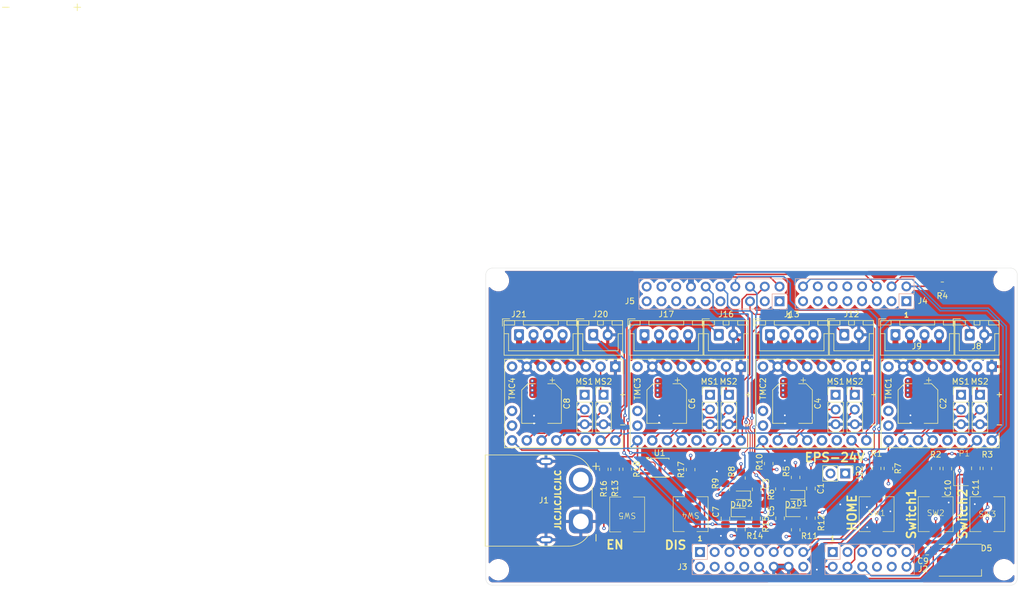
<source format=kicad_pcb>
(kicad_pcb (version 20240108) (generator "pcbnew") (generator_version "8.0")
  (layers (0 "F.Cu" signal) (1 "In1.Cu" signal) (2 "In2.Cu" signal) (31 "B.Cu" signal) (34 "B.Paste" user) (35 "F.Paste" user) (36 "B.SilkS" user "B.Silkscreen") (37 "F.SilkS" user "F.Silkscreen") (38 "B.Mask" user) (39 "F.Mask" user) (44 "Edge.Cuts" user))
  (net 0 "")
  (net 1 "/P3-31{slash}ADC0-A12")
  (net 2 "/P3-30{slash}ADC0-A13")
  (net 3 "/P1-13{slash}ADC0-A11")
  (net 4 "/TMC_2209_wiring/MS2")
  (net 5 "/P1-10{slash}ADC0-A8")
  (net 6 "GND")
  (net 7 "/TMC_2209_wiring/MS1")
  (net 8 "/P1-12{slash}ADC0-A10")
  (net 9 "/P3-29{slash}GPIO")
  (net 10 "/P2-0{slash}ADC0-A0")
  (net 11 "/P1-11{slash}GPIO")
  (net 12 "/P3-31{slash}TRIG5")
  (net 13 "/MCU-RESETn")
  (net 14 "SYS-5V")
  (net 15 "/P3-8{slash}PWM0-A1")
  (net 16 "/P3-6{slash}PWM0-A0")
  (net 17 "/P3-9{slash}PWM0-B1")
  (net 18 "/P3-11{slash}PWM0-B2")
  (net 19 "/P2-7{slash}TRIG10")
  (net 20 "VDD-BOARD")
  (net 21 "/P3-10{slash}PWM0-A2")
  (net 22 "/P3-7{slash}PWM0-B0")
  (net 23 "/P1-8{slash}SDA0")
  (net 24 "/P2-16{slash}SDI1")
  (net 25 "/P2-2{slash}ADC0-A4")
  (net 26 "/P2-1{slash}ADC0-A1")
  (net 27 "/P3-15{slash}GPIO")
  (net 28 "/P2-13{slash}SDO1")
  (net 29 "/P2-6{slash}CSI1")
  (net 30 "/P1-4{slash}ADC0-A20")
  (net 31 "/P2-12{slash}SCK1")
  (net 32 "/P1-9{slash}SCL0")
  (net 33 "/P2-3{slash}ADC0-A2")
  (net 34 "/P3-14{slash}PWM0-X2")
  (net 35 "/P1-5{slash}ADC0-A21")
  (net 36 "VDDA_MCU")
  (net 37 "/P3-12{slash}PWM0-X2")
  (net 38 "/P1-5{slash}UART2-TXD")
  (net 39 "/P2-5{slash}GPIO")
  (net 40 "/P3-13{slash}PWM0-X1")
  (net 41 "/P1-7{slash}GPIO")
  (net 42 "/P3-1{slash}GPIO")
  (net 43 "/P3-0{slash}PWM0-A0")
  (net 44 "/P2-4{slash}GPIO")
  (net 45 "/P1-6{slash}TRIG2")
  (net 46 "/P1-4{slash}UART2-RXD")
  (net 47 "/TMC_2209_wiring/A1")
  (net 48 "/TMC_2209_wiring/B2")
  (net 49 "/TMC_2209_wiring/B1")
  (net 50 "/TMC_2209_wiring/A2")
  (net 51 "Vcc_Logic")
  (net 52 "Vcc_Motor")
  (net 53 "/TMC_2209_wiring1/MS2")
  (net 54 "/TMC_2209_wiring1/MS1")
  (net 55 "/TMC_2209_wiring1/A2")
  (net 56 "/TMC_2209_wiring1/B1")
  (net 57 "/TMC_2209_wiring1/A1")
  (net 58 "/TMC_2209_wiring1/B2")
  (net 59 "/TMC_2209_wiring2/MS2")
  (net 60 "/TMC_2209_wiring2/MS1")
  (net 61 "/TMC_2209_wiring2/A2")
  (net 62 "/TMC_2209_wiring2/B1")
  (net 63 "/TMC_2209_wiring2/B2")
  (net 64 "/TMC_2209_wiring2/A1")
  (net 65 "/TMC_2209_wiring3/MS2")
  (net 66 "/TMC_2209_wiring3/MS1")
  (net 67 "/TMC_2209_wiring3/A2")
  (net 68 "/{slash}ENABLE")
  (net 69 "/EN_Logic/ENABLE")
  (net 73 "/TMC_2209_wiring3/B2")
  (net 74 "/TMC_2209_wiring3/B1")
  (net 75 "/TMC_2209_wiring3/A1")
  (net 76 "/TMC_2209_wiring/Motor_INDEX")
  (net 77 "/TMC_2209_wiring/Motor_CLK_Extern")
  (net 78 "/TMC_2209_wiring/Motor_DIAG")
  (net 79 "/TMC_2209_wiring1/Motor_DIAG")
  (net 80 "/TMC_2209_wiring1/Motor_INDEX")
  (net 81 "/TMC_2209_wiring1/Motor_CLK_Extern")
  (net 82 "/TMC_2209_wiring2/Motor_CLK_Extern")
  (net 83 "/TMC_2209_wiring2/Motor_DIAG")
  (net 84 "Net-(J12-Pin_1)")
  (net 85 "Net-(J16-Pin_1)")
  (net 86 "Net-(J20-Pin_1)")
  (net 87 "Net-(R17-Pad2)")
  (net 88 "Net-(R18-Pad2)")
  (net 89 "/TMC_2209_wiring2/Motor_INDEX")
  (net 92 "/TMC_2209_wiring3/Motor_INDEX")
  (net 93 "/TMC_2209_wiring3/Motor_DIAG")
  (net 95 "/TMC_2209_wiring3/Motor_CLK_Extern")
  (net 97 "Net-(J8-Pin_1)")
  (net 111 "5v-9v")
  (net 112 "Net-(D5-DIN)")
  (footprint "Schrittmotortreiber:Btt_TMC2209_V1.3" (layer "F.Cu") (at 120.142 91.44 90)
    (property "Reference" "TMC3")
    (property "Value" "TMC2209")
  )
  (footprint "Resistor_SMD:R_0805_2012Metric_Pad1.20x1.40mm_HandSolder" (layer "F.Cu") (at 154.432 102.616 -90)
    (property "Reference" "R7")
    (property "Value" "10K")
  )
  (footprint "Capacitor_SMD:C_0805_2012Metric_Pad1.18x1.45mm_HandSolder" (layer "F.Cu") (at 131.7498 106.2228 -90)
    (property "Reference" "C3")
    (property "Value" "0.1UF")
  )
  (footprint "MountingHole:MountingHole_3.2mm_M3" (layer "F.Cu") (at 87.311222 70.274168)
    (property "Reference" "H1" (hide yes))
    (property "Value" "Mechanical_MountingHole" (hide yes))
  )
  (footprint "Capacitor_SMD:C_0805_2012Metric_Pad1.18x1.45mm_HandSolder" (layer "F.Cu") (at 161.1122 116.7638)
    (property "Reference" "C9")
    (property "Value" "0.1µF")
  )
  (footprint "Capacitor_SMD:C_0805_2012Metric_Pad1.18x1.45mm_HandSolder" (layer "F.Cu") (at 135.78175 111.2012 90)
    (property "Reference" "C5")
    (property "Value" "0.1UF")
  )
  (footprint "Resistor_SMD:R_0805_2012Metric_Pad1.20x1.40mm_HandSolder" (layer "F.Cu") (at 163.703 71.247 180)
    (property "Reference" "R4")
    (property "Value" "1K")
  )
  (footprint "Connector_JST:JST_XH_B2B-XH-A_1x02_P2.50mm_Vertical" (layer "F.Cu") (at 125.242 79.6104)
    (property "Reference" "J16")
    (property "Value" "Conn_01x02_Pin")
  )
  (footprint "Connector_JST:JST_XH_B4B-XH-A_1x04_P2.50mm_Vertical" (layer "F.Cu") (at 134.0396 79.6104)
    (property "Reference" "J13")
    (property "Value" "Conn_01x04_Pin")
  )
  (footprint "Package_SO:TSSOP-8_3x3mm_P0.65mm" (layer "F.Cu") (at 115.062 102.489)
    (property "Reference" "U1")
    (property "Value" "74LVC2G00" (hide yes))
  )
  (footprint "MountingHole:MountingHole_3.2mm_M3" (layer "F.Cu") (at 87.311222 120.058168)
    (property "Reference" "H3" (hide yes))
    (property "Value" "Mechanical_MountingHole" (hide yes))
  )
  (footprint "Resistor_SMD:R_0805_2012Metric_Pad1.20x1.40mm_HandSolder" (layer "F.Cu") (at 131.66915 111.1731 90)
    (property "Reference" "R15")
    (property "Value" "100R")
  )
  (footprint "Schrittmotortreiber:Btt_TMC2209_V1.3" (layer "F.Cu") (at 163.322 91.43 90)
    (property "Reference" "TMC1")
    (property "Value" "TMC2209")
  )
  (footprint "Capacitor_SMD:CP_Elec_6.3x7.7" (layer "F.Cu") (at 137.922 91.44 -90)
    (property "Reference" "C4")
    (property "Value" "100UF/35V")
  )
  (footprint "Button:Takt_Schalter_Aliexpress" (layer "F.Cu") (at 171.45 107.49 -90)
    (property "Reference" "SW3")
    (property "Value" "SW2")
  )
  (footprint "Connector_PinHeader_2.54mm:PinHeader_1x03_P2.54mm_Vertical" (layer "F.Cu") (at 166.9288 89.931)
    (property "Reference" "J7" (hide yes))
    (property "Value" "Conn_01x03" (hide yes))
  )
  (footprint "XT60PW-M:AMASS_XT60PW-M" (layer "F.Cu") (at 95.1484 108.1024 90)
    (property "Reference" "J1")
    (property "Value" "Conn_01x02_Socket" (hide yes))
  )
  (footprint "Diode_SMD:D_0603_1608Metric_Pad1.05x0.95mm_HandSolder" (layer "F.Cu") (at 129.03735 110.1983)
    (property "Reference" "D4")
    (property "Value" "D_TVS")
  )
  (footprint "Connector_JST:JST_XH_B2B-XH-A_1x02_P2.50mm_Vertical" (layer "F.Cu") (at 146.832 79.602)
    (property "Reference" "J12")
    (property "Value" "Conn_01x02_Pin")
  )
  (footprint "Schrittmotortreiber:Btt_TMC2209_V1.3" (layer "F.Cu") (at 141.732 91.43 90)
    (property "Reference" "TMC2")
    (property "Value" "TMC2209")
  )
  (footprint "Button:Takt_Schalter_Aliexpress" (layer "F.Cu") (at 109.474 113.538 90)
    (property "Reference" "SW5")
    (property "Value" "EN")
  )
  (footprint "Resistor_SMD:R_0805_2012Metric_Pad1.20x1.40mm_HandSolder" (layer "F.Cu") (at 129.05295 113.1797 -90)
    (property "Reference" "R14")
    (property "Value" "10K")
  )
  (footprint "Connector_PinHeader_2.54mm:PinHeader_1x03_P2.54mm_Vertical" (layer "F.Cu") (at 170.18 89.931)
    (property "Reference" "J6" (hide yes))
    (property "Value" "Conn_01x03" (hide yes))
  )
  (footprint "Capacitor_SMD:C_0805_2012Metric_Pad1.18x1.45mm_HandSolder" (layer "F.Cu") (at 169.4688 102.5906 90)
    (property "Reference" "C11")
    (property "Value" "0.1µF")
  )
  (footprint "LED_SMD:LED_WS2812B_PLCC4_5.0x5.0mm_P3.2mm" (layer "F.Cu") (at 166.8018 118.4148)
    (property "Reference" "D5")
    (property "Value" "WS2812B")
  )
  (footprint "Button:Takt_Schalter_Aliexpress" (layer "F.Cu") (at 152.4 107.49 -90)
    (property "Reference" "SW1")
    (property "Value" "Home")
  )
  (footprint "Resistor_SMD:R_0805_2012Metric_Pad1.20x1.40mm_HandSolder" (layer "F.Cu") (at 152.4 102.616 90)
    (property "Reference" "R1")
    (property "Value" "10K" (hide yes))
  )
  (footprint "Pegelwandler:SN74LXC2T45QDCURQ1" (layer "F.Cu") (at 166.1666 104.6863 90)
    (property "Reference" "P1")
    (property "Value" "SN74LXC2T45QDCURQ1_")
  )
  (footprint "Resistor_SMD:R_0805_2012Metric_Pad1.20x1.40mm_HandSolder" (layer "F.Cu") (at 133.8326 101.7778 -90)
    (property "Reference" "R10")
    (property "Value" "10K")
  )
  (footprint "Resistor_SMD:R_0805_2012Metric_Pad1.20x1.40mm_HandSolder" (layer "F.Cu") (at 109.474 102.743 -90)
    (property "Reference" "R18")
    (property "Value" "10K")
  )
  (footprint "Connector_JST:JST_XH_B4B-XH-A_1x04_P2.50mm_Vertical" (layer "F.Cu") (at 112.455 79.6104)
    (property "Reference" "J17")
    (property "Value" "Conn_01x04_Pin")
  )
  (footprint "Capacitor_SMD:C_0805_2012Metric_Pad1.18x1.45mm_HandSolder" (layer "F.Cu") (at 164.5666 102.6414 90)
    (property "Reference" "C10")
    (property "Value" "0.1µF")
  )
  (footprint "Fisch:Fischi" (layer "F.Cu") (at 99.49703 74.168)
    (property "Reference" "Blub1" (hide yes))
    (property "Value" "~" (hide yes))
  )
  (footprint "Connector_JST:JST_XH_B4B-XH-A_1x04_P2.50mm_Vertical" (layer "F.Cu") (at 155.635 79.602)
    (property "Reference" "J9")
    (property "Value" "Conn_01x04_Pin" (hide yes))
  )
  (footprint "Connector_PinHeader_2.54mm:PinHeader_1x03_P2.54mm_Vertical" (layer "F.Cu") (at 148.6408 89.931)
    (property "Reference" "J10" (hide yes))
    (property "Value" "Conn_01x03")
  )
  (footprint "Connector_JST:JST_XH_B2B-XH-A_1x02_P2.50mm_Vertical" (layer "F.Cu") (at 103.632 79.6104)
    (property "Reference" "J20")
    (property "Value" "Conn_01x02_Pin")
  )
  (footprint "Connector_PinHeader_2.54mm:PinHeader_1x03_P2.54mm_Vertical" (layer "F.Cu") (at 126.9792 89.931)
    (property "Reference" "J14" (hide yes))
    (property "Value" "Conn_01x03")
  )
  (footprint "Capacitor_SMD:C_0805_2012Metric_Pad1.18x1.45mm_HandSolder" (layer "F.Cu") (at 126.38595 111.2239 90)
    (property "Reference" "C7")
    (property "Value" "0.1UF")
  )
  (footprint "Connector_PinHeader_2.54mm:PinHeader_1x03_P2.54mm_Vertical" (layer "F.Cu") (at 145.3388 89.931)
    (property "Reference" "J11" (hide yes))
    (property "Value" "Conn_01x03")
  )
  (footprint "Button:Takt_Schalter_Aliexpress" (layer "F.Cu") (at 120.396 113.49 90)
    (property "Reference" "SW4")
    (property "Value" "DIS")
  )
  (footprint "Connector_JST:JST_XH_B4B-XH-A_1x04_P2.50mm_Vertical" (layer "F.Cu") (at 90.865 79.6104)
    (property "Reference" "J21")
    (property "Value" "Conn_01x04_Pin")
  )
  (footprint "Capacitor_SMD:CP_Elec_6.3x7.7" (layer "F.Cu") (at 159.512 91.44 -90)
    (property "Reference" "C2")
    (property "Value" "100UF/35V")
  )
  (footprint "Connector_PinHeader_2.54mm:PinHeader_1x02_P2.54mm_Vertical" (layer "F.Cu") (at 146.9948 103.4796 -90)
    (property "Reference" "J22")
    (property "Value" "Conn_01x02_Socket")
  )
  (footprint "Resistor_SMD:R_0805_2012Metric_Pad1.20x1.40mm_HandSolder" (layer "F.Cu") (at 138.4554 104.1654 90)
    (property "Reference" "R5")
    (property "Value" "10K")
  )
  (footprint "Diode_SMD:D_0603_1608Metric_Pad1.05x0.95mm_HandSolder" (layer "F.Cu") (at 138.44875 110.1852)
    (property "Reference" "D3")
    (property "Value" "D_TVS")
  )
  (footprint "MountingHole:MountingHole_3.2mm_M3" (layer "F.Cu") (at 174.306222 70.274168)
    (property "Reference" "H2" (hide yes))
    (property "Value" "Mechanical_MountingHole" (hide yes))
  )
  (footprint "Resistor_SMD:R_0805_2012Metric_Pad1.20x1.40mm_HandSolder" (layer "F.Cu") (at 126.365 106.2228 -90)
    (property "Reference" "R9")
    (property "Value" "100R")
  )
  (footprint "Connector_PinHeader_2.54mm:PinHeader_1x03_P2.54mm_Vertical" (layer "F.Cu") (at 105.41 89.931)
    (property "Reference" "J18" (hide yes))
    (property "Value" "Conn_01x03")
  )
  (footprint "Button:Takt_Schalter_Aliexpress" (layer "F.Cu") (at 162.56 107.49 -90)
    (property "Reference" "SW2")
    (property "Value" "SW1")
  )
  (footprint "Resistor_SMD:R_0805_2012Metric_Pad1.20x1.40mm_HandSolder" (layer "F.Cu") (at 162.56 102.616 90)
    (property "Reference" "R2")
    (property "Value" "10K" (hide yes))
  )
  (footprint "Resistor_SMD:R_0805_2012Metric_Pad1.20x1.40mm_HandSolder" (layer "F.Cu") (at 120.396 102.822 -90)
    (property "Reference" "R17")
    (property "Value" "10K")
  )
  (footprint "Capacitor_SMD:CP_Elec_6.3x7.7" (layer "F.Cu") (at 94.742 91.44 -90)
    (property "Reference" "C8")
    (property "Value" "100UF/35V")
  )
  (footprint "Diode_SMD:D_0603_1608Metric_Pad1.05x0.95mm_HandSolder" (layer "F.Cu") (at 129.032 107.2388 180)
    (property "Reference" "D2")
    (property "Value" "D_TVS")
  )
  (footprint "Capacitor_SMD:C_0805_2012Metric_Pad1.18x1.45mm_HandSolder" (layer "F.Cu") (at 141.097 106.0704 -90)
    (property "Reference" "C1")
    (property "Value" "0.1UF")
  )
  (footprint "Schrittmotortreiber:Btt_TMC2209_V1.3" (layer "F.Cu") (at 98.552 91.435 90)
    (property "Reference" "TMC4")
    (property "Value" "TMC2209")
  )
  (footprint "Resistor_SMD:R_0805_2012Metric_Pad1.20x1.40mm_HandSolder" (layer "F.Cu") (at 105.4608 102.7684 -90)
    (property "Reference" "R16")
    (property "Value" "10K")
  )
  (footprint "Diode_SMD:D_0603_1608Metric_Pad1.05x0.95mm_HandSolder" (layer "F.Cu") (at 138.3792 107.1372 180)
    (property "Reference" "D1")
    (property "Value" "D_TVS")
  )
  (footprint "MountingHole:MountingHole_3.2mm_M3" (layer "F.Cu") (at 174.306222 120.058168)
    (property "Reference" "H4" (hide yes))
    (property "Value" "Mechanical_MountingHole" (hide yes))
  )
  (footprint "Resistor_SMD:R_0805_2012Metric_Pad1.20x1.40mm_HandSolder" (layer "F.Cu") (at 129.0574 104.267 90)
    (property "Reference" "R8")
    (property "Value" "10K")
  )
  (footprint "Connector_JST:JST_XH_B2B-XH-A_1x02_P2.50mm_Vertical" (layer "F.Cu") (at 168.422 79.602)
    (property "Reference" "J8")
    (property "Value" "Conn_01x02_Pin" (hide yes))
  )
  (footprint "Resistor_SMD:R_0805_2012Metric_Pad1.20x1.40mm_HandSolder" (layer "F.Cu") (at 141.09035 111.1758 90)
    (property "Reference" "R12")
    (property "Value" "100R")
  )
  (footprint "Resistor_SMD:R_0805_2012Metric_Pad1.20x1.40mm_HandSolder" (layer "F.Cu") (at 135.763 106.1466 -90)
    (property "Reference" "R6")
    (property "Value" "100R")
  )
  (footprint "Connector_PinHeader_2.54mm:PinHeader_1x03_P2.54mm_Vertical" (layer "F.Cu") (at 123.728 89.931)
    (property "Reference" "J15" (hide yes))
    (property "Value" "Conn_01x03")
  )
  (footprint "Resistor_SMD:R_0805_2012Metric_Pad1.20x1.40mm_HandSolder" (layer "F.Cu") (at 138.47415 113.1824 -90)
    (property "Reference" "R11")
    (property "Value" "10K")
  )
  (footprint "Resistor_SMD:R_0805_2012Metric_Pad1.20x1.40mm_HandSolder" (layer "F.Cu") (at 107.3912 102.7684 -90)
    (property "Reference" "R13")
    (property "Value" "10K")
  )
  (footprint "Connector_PinHeader_2.54mm:PinHeader_1x03_P2.54mm_Vertical" (layer "F.Cu") (at 102.1588 89.931)
    (property "Reference" "J19" (hide yes))
    (property "Value" "Conn_01x03")
  )
  (footprint "Capacitor_SMD:CP_Elec_6.3x7.7" (layer "F.Cu") (at 116.2812 91.44 -90)
    (property "Reference" "C6")
    (property "Value" "100UF/35V")
  )
  (footprint "Resistor_SMD:R_0805_2012Metric_Pad1.20x1.40mm_HandSolder" (layer "F.Cu") (at 171.45 102.616 90)
    (property "Reference" "R3")
    (property "Value" "10K" (hide yes))
  )
  (footprint "Connector_PinHeader_2.54mm:PinHeader_2x06_P2.54mm_Vertical" (layer "B.Cu") (at 144.843222 117.005168 -90)
    (property "Reference" "J2")
    (property "Value" "SSQ-106-03-T-D" (hide yes))
  )
  (footprint "Connector_PinHeader_2.54mm:PinHeader_2x10_P2.54mm_Vertical" (layer "B.Cu") (at 135.693222 73.835168 90)
    (property "Reference" "J5")
    (property "Value" "SSQ-110-03-T-D" (hide yes))
  )
  (footprint "Connector_PinHeader_2.54mm:PinHeader_2x08_P2.54mm_Vertical" (layer "B.Cu") (at 157.517222 73.810168 90)
    (property "Reference" "J4")
    (property "Value" "SSQ-108-03-T-D" (hide yes))
  )
  (footprint "Connector_PinHeader_2.54mm:PinHeader_2x08_P2.54mm_Vertical" (layer "B.Cu") (at 121.997222 117.005168 -90)
    (property "Reference" "J3")
    (property "Value" "SSQ-108-03-T-D" (hide yes))
  )
  (gr_arc (start 85.152222 69.258168) (mid 85.486999 68.449945) (end 86.295222 68.115168) (stroke (width 0.05)) (layer "Edge.Cuts"))
  (gr_line (start 85.152222 121.582168) (end 85.152222 69.258168) (stroke (width 0.05)) (layer "Edge.Cuts"))
  (gr_arc (start 86.295222 122.725168) (mid 85.486999 122.390391) (end 85.152222 121.582168) (stroke (width 0.05)) (layer "Edge.Cuts"))
  (gr_arc (start 176.592222 121.582168) (mid 176.257445 122.390391) (end 175.449222 122.725168) (stroke (width 0.05)) (layer "Edge.Cuts"))
  (gr_line (start 176.592222 69.258168) (end 176.592222 121.582168) (stroke (width 0.05)) (layer "Edge.Cuts"))
  (gr_line (start 86.295222 68.115168) (end 175.449222 68.115168) (stroke (width 0.05)) (layer "Edge.Cuts"))
  (gr_line (start 175.449222 122.725168) (end 86.295222 122.725168) (stroke (width 0.05)) (layer "Edge.Cuts"))
  (gr_arc (start 175.449222 68.115168) (mid 176.257445 68.449945) (end 176.592222 69.258168) (stroke (width 0.05)) (layer "Edge.Cuts"))
  (gr_text "HOME" (at 149.0472 113.538 90) (layer "F.SilkS") (effects (font (size 1.5 1.5) (thickness 0.3) (bold yes)) (justify left bottom)))
  (gr_text "EN" (at 105.7148 116.6368 0) (layer "F.SilkS") (effects (font (size 1.5 1.5) (thickness 0.3) (bold yes)) (justify left bottom)))
  (gr_text "JLCJLCJLCJLC" (at 98.1456 113.3348 90) (layer "F.SilkS") (effects (font (size 1 1) (thickness 0.25) (bold yes)) (justify left bottom)))
  (gr_text "Switch1" (at 159.258 114.9604 90) (layer "F.SilkS") (effects (font (size 1.5 1.5) (thickness 0.3) (bold yes)) (justify left bottom)))
  (gr_text "-" (at 2.5608 23.0834 0) (layer "F.SilkS") (effects (font (size 1.5 1.5))))
  (gr_text "MS2" (at 146.9644 88.2396 0) (layer "F.SilkS") (effects (font (size 1 1)) (justify left bottom)))
  (gr_text "+" (at 108.0008 90.424 0) (layer "F.SilkS") (effects (font (size 1 1)) (justify left bottom)))
  (gr_text "MS2" (at 103.7336 88.2396 0) (layer "F.SilkS") (effects (font (size 1 1)) (justify left bottom)))
  (gr_text "1" (at 157.5308 76.2 0) (layer "F.SilkS") (effects (font (size 0.8255 0.8255) (thickness 0.254) (bold yes))))
  (gr_text "Switch2" (at 168.0972 114.9604 90) (layer "F.SilkS") (effects (font (size 1.5 1.5) (thickness 0.3) (bold yes)) (justify left bottom)))
  (gr_text "MS1" (at 143.7132 88.2396 0) (layer "F.SilkS") (effects (font (size 1 1)) (justify left bottom)))
  (gr_text "MS2" (at 168.5036 88.2396 0) (layer "F.SilkS") (effects (font (size 1 1)) (justify left bottom)))
  (gr_text "MS1" (at 100.4824 88.2396 0) (layer "F.SilkS") (effects (font (size 1 1)) (justify left bottom)))
  (gr_text "+" (at 172.7962 90.424 0) (layer "F.SilkS") (effects (font (size 1 1)) (justify left bottom)))
  (gr_text "-" (at 129.5908 95.631 0) (layer "F.SilkS") (effects (font (size 1 1)) (justify left bottom)))
  (gr_text "1" (at 144.8308 114.7064 0) (layer "F.SilkS") (effects (font (size 0.8255 0.8255) (thickness 0.254) (bold yes))))
  (gr_text "DIS" (at 115.7732 116.6876 0) (layer "F.SilkS") (effects (font (size 1.5 1.5) (thickness 0.3) (bold yes)) (justify left bottom)))
  (gr_text "-" (at 172.7962 95.631 0) (layer "F.SilkS") (effects (font (size 1 1)) (justify left bottom)))
  (gr_text "+" (at 151.2062 90.424 0) (layer "F.SilkS") (effects (font (size 1 1)) (justify left bottom)))
  (gr_text "MS2" (at 125.2982 88.2396 0) (layer "F.SilkS") (effects (font (size 1 1)) (justify left bottom)))
  (gr_text "+" (at 14.8608 23.0834 0) (layer "F.SilkS") (effects (font (size 1.5 1.5))))
  (gr_text "EPS-24V" (at 139.8524 101.6 0) (layer "F.SilkS") (effects (font (size 1.5 1.5) (thickness 0.3) (bold yes)) (justify left bottom)))
  (gr_text "1" (at 137.371252 76.265548 0) (layer "F.SilkS") (effects (font (size 0.8255 0.8255) (thickness 0.254) (bold yes))))
  (gr_text "-" (at 151.2062 95.631 0) (layer "F.SilkS") (effects (font (size 1 1)) (justify left bottom)))
  (gr_text "-" (at 108.0008 95.631 0) (layer "F.SilkS") (effects (font (size 1 1)) (justify left bottom)))
  (gr_text "MS1" (at 122.047 88.2396 0) (layer "F.SilkS") (effects (font (size 1 1)) (justify left bottom)))
  (gr_text "+" (at 129.5908 90.424 0) (layer "F.SilkS") (effects (font (size 1 1)) (justify left bottom)))
  (gr_text "MS1" (at 165.2524 88.2396 0) (layer "F.SilkS") (effects (font (size 1 1)) (justify left bottom)))
  (gr_text "1" (at 122.0216 114.7064 0) (layer "F.SilkS") (effects (font (size 0.8255 0.8255) (thickness 0.254) (bold yes))))
  (segment (start 166.6666 102.9888) (end 166.6748 102.997) (width 0.2) (layer "F.Cu") (net 2))
  (segment (start 166.6666 101.5863) (end 166.6666 102.9888) (width 0.2) (layer "F.Cu") (net 2))
  (via (at 166.6748 102.997) (size 0.6) (drill 0.3) (layers "F.Cu" "B.Cu") (net 2))
  (segment (start 157.543222 119.545168) (end 166.6748 110.41359) (width 0.2) (layer "B.Cu") (net 2))
  (segment (start 166.6748 102.997) (end 166.6748 110.41359) (width 0.2) (layer "B.Cu") (net 2))
  (segment (start 171.45 109.22) (end 171.5008 109.2708) (width 0.254) (layer "F.Cu") (net 3))
  (segment (start 171.45 103.616) (end 171.45 107.49) (width 0.254) (layer "F.Cu") (net 3))
  (segment (start 171.45 107.49) (end 171.45 109.22) (width 0.254) (layer "F.Cu") (net 3))
  (via (at 171.5008 109.2708) (size 0.6) (drill 0.3) (layers "F.Cu" "B.Cu") (net 3))
  (segment (start 159.6644 121.1072) (end 151.485254 121.1072) (width 0.254) (layer "B.Cu") (net 3))
  (segment (start 171.5008 109.2708) (end 159.6644 121.1072) (width 0.254) (layer "B.Cu") (net 3))
  (segment (start 151.485254 121.1072) (end 149.923222 119.545168) (width 0.254) (layer "B.Cu") (net 3))
  (segment (start 170.18 92.471) (end 169.003 93.648) (width 0.254) (layer "F.Cu") (net 4))
  (segment (start 163.644 93.648) (end 159.512 97.78) (width 0.254) (layer "F.Cu") (net 4))
  (segment (start 169.003 93.648) (end 163.644 93.648) (width 0.254) (layer "F.Cu") (net 4))
  (segment (start 146.2532 115.4176) (end 143.3576 115.4176) (width 0.254) (layer "F.Cu") (net 5))
  (segment (start 152.4 109.2708) (end 146.2532 115.4176) (width 0.254) (layer "F.Cu") (net 5))
  (segment (start 142.9512 115.824) (end 142.9512 118.9228) (width 0.254) (layer "F.Cu") (net 5))
  (segment (start 152.4 103.616) (end 152.4 107.49) (width 0.254) (layer "F.Cu") (net 5))
  (segment (start 143.573568 119.545168) (end 144.843222 119.545168) (width 0.254) (layer "F.Cu") (net 5))
  (segment (start 142.9512 118.9228) (end 143.573568 119.545168) (width 0.254) (layer "F.Cu") (net 5))
  (segment (start 143.3576 115.4176) (end 142.9512 115.824) (width 0.254) (layer "F.Cu") (net 5))
  (segment (start 152.4 107.49) (end 152.4 109.2708) (width 0.254) (layer "F.Cu") (net 5))
  (segment (start 135.80325 110.1852) (end 135.78175 110.1637) (width 0.254) (layer "F.Cu") (net 6))
  (segment (start 129.032 80.9004) (end 127.742 79.6104) (width 0.508) (layer "F.Cu") (net 6))
  (segment (start 158.2166 94.7674) (end 158.8846 94.7674) (width 0.254) (layer "F.Cu") (net 6))
  (segment (start 136.6266 94.8436) (end 137.2184 94.8436) (width 0.254) (layer "F.Cu") (net 6))
  (segment (start 127.747 95.011) (end 128.2192 94.5388) (width 0.508) (layer "F.Cu") (net 6))
  (segment (start 172.6588 95.011) (end 170.18 95.011) (width 0.508) (layer "F.Cu") (net 6))
  (segment (start 167.6666 105.8914) (end 167.6654 105.8926) (width 0.254) (layer "F.Cu") (net 6))
  (segment (start 165.369 95.011) (end 165.2524 94.8944) (width 0.508) (layer "F.Cu") (net 6))
  (segment (start 128.16235 110.1983) (end 126.39785 110.1983) (width 0.254) (layer "F.Cu") (net 6))
  (segment (start 166.9288 95.011) (end 165.369 95.011) (width 0.508) (layer "F.Cu") (net 6))
  (segment (start 94.013 94.869) (end 93.4466 94.869) (width 0.2) (layer "F.Cu") (net 6))
  (segment (start 115.6792 94.742) (end 114.9604 94.742) (width 0.254) (layer "F.Cu") (net 6))
  (segment (start 152.4 101.616) (end 151.5204 101.616) (width 0.254) (layer "F.Cu") (net 6))
  (segment (start 167.6666 101.5863) (end 167.6666 100.1788) (width 0.254) (layer "F.Cu") (net 6))
  (segment (start 106.132 81.1892) (end 106.132 79.6104) (width 0.508) (layer "F.Cu") (net 6))
  (segment (start 122.032 95.011) (end 123.728 95.011) (width 0.508) (layer "F.Cu") (net 6))
  (segment (start 134.697222 119.545168) (end 136.106854 120.9548) (width 1.016) (layer "F.Cu") (net 6))
  (segment (start 126.9792 95.011) (end 127.747 95.011) (width 0.508) (layer "F.Cu") (net 6))
  (segment (start 164.5666 108.2548) (end 164.7952 108.4834) (width 0.254) (layer "F.Cu") (net 6))
  (segment (start 105.41 95.011) (end 106.9236 95.011) (width 0.508) (layer "F.Cu") (net 6))
  (segment (start 158.844 93.472) (end 159.512 94.14) (width 0.254) (layer "F.Cu") (net 6))
  (segment (start 164.5666 103.6789) (end 164.5666 108.2548) (width 0.254) (layer "F.Cu") (net 6))
  (segment (start 107.442 87.5284) (end 107.696 87.7824) (width 0.508) (layer "F.Cu") (net 6))
  (segment (start 129.032 85.09) (end 129.032 80.9004) (width 0.508) (layer "F.Cu") (net 6))
  (segment (start 102.1588 95.011) (end 100.315 95.011) (width 0.508) (layer "F.Cu") (net 6))
  (segment (start 138.646854 120.9548) (end 138.7348 120.9548) (width 0.508) (layer "F.Cu") (net 6))
  (segment (start 167.6666 104.6863) (end 167.6666 105.8914) (width 0.254) (layer "F.Cu") (net 6))
  (segment (start 150.607 95.011) (end 150.622 94.996) (width 0.508) (layer "F.Cu") (net 6))
  (segment (start 129.032 86.5124) (end 128.016 87.5284) (width 0.508) (layer "F.Cu") (net 6))
  (segment (start 131.7283 107.2388) (end 131.7498 107.2603) (width 0.254) (layer "F.Cu") (net 6))
  (segment (start 128.2192 94.5388) (end 128.524 94.234) (width 0.508) (layer "F.Cu") (net 6))
  (segment (start 116.2812 94.14) (end 115.6792 94.742) (width 0.254) (layer "F.Cu") (net 6))
  (segment (start 94.1248 93.5228) (end 93.446602 93.5228) (width 0.2) (layer "F.Cu") (net 6))
  (segment (start 134.697222 119.545168) (end 137.237222 119.545168) (width 1.016) (layer "F.Cu") (net 6))
  (segment (start 148.6408 95.011) (end 150.607 95.011) (width 0.508) (layer "F.Cu") (net 6))
  (segment (start 151.5204 101.616) (end 150.7998 102.3366) (width 0.254) (layer "F.Cu") (net 6))
  (segment (start 126.39785 110.1983) (end 126.38595 110.1864) (width 0.254) (layer "F.Cu") (net 6))
  (segment (start 107.442 82.55) (end 107.4674 82.5246) (width 0.508) (layer "F.Cu") (net 6))
  (segment (start 129.032 85.09) (end 129.032 86.5124) (width 0.508) (layer "F.Cu") (net 6))
  (segment (start 145.3388 95.011) (end 143.1394 95.011) (width 0.508) (layer "F.Cu") (net 6))
  (segment (start 133.096 82.794) (end 133.096 82.2198) (width 0.508) (layer "F.Cu") (net 6))
  (segment (start 158.8846 94.7674) (end 159.512 94.14) (width 0.254) (layer "F.Cu") (net 6))
  (segment (start 167.6654 100.1776) (end 167.6666 100.1788) (width 0.254) (layer "F.Cu") (net 6))
  (segment (start 94.742 94.14) (end 94.1248 93.5228) (width 0.2) (layer "F.Cu") (net 6))
  (segment (start 158.2166 93.472) (end 158.844 93.472) (width 0.254) (layer "F.Cu") (net 6))
  (segment (start 137.57375 110.1852) (end 135.80325 110.1852) (width 0.254) (layer "F.Cu") (net 6))
  (segment (start 136.106854 120.9548) (end 138.7348 120.9548) (width 0.508) (layer "F.Cu") (net 6))
  (segment (start 107.442 85.085) (end 107.442 87.5284) (width 0.508) (layer "F.Cu") (net 6))
  (segment (start 129.907 107.2388) (end 131.7283 107.2388) (width 0.254) (layer "F.Cu") (net 6))
  (segment (start 141.1986 120.9548) (end 142.113 120.0404) (width 0.508) (layer "F.Cu") (net 6))
  (segment (start 137.2184 94.8436) (end 137.922 94.14) (width 0.254) (layer "F.Cu") (net 6))
  (segment (start 116.2812 94.14) (end 115.6386 93.4974) (width 0.254) (layer "F.Cu") (net 6))
  (segment (start 107.442 85.085) (end 107.442 82.55) (width 0.508) (layer "F.Cu") (net 6))
  (segment (start 106.9236 95.011) (end 106.934 95.0214) (width 0.508) (layer "F.Cu") (net 6))
  (segment (start 138.7348 120.9548) (end 141.1986 120.9548) (width 0.508) (layer "F.Cu") (net 6))
  (segment (start 135.382 85.08) (end 133.096 82.794) (width 0.508) (layer "F.Cu") (net 6))
  (segment (start 115.6386 93.4974) (end 115.0112 93.4974) (width 0.254) (layer "F.Cu") (net 6))
  (segment (start 121.9708 95.0722) (end 122.032 95.011) (width 0.508) (layer "F.Cu") (net 6))
  (segment (start 143.1394 95.011) (end 143.1036 95.0468) (width 0.508) (layer "F.Cu") (net 6))
  (segment (start 128.524 94.234) (end 128.524 93.7514) (width 0.508) (layer "F.Cu") (net 6))
  (segment (start 172.72 95.0722) (end 172.6588 95.011) (width 0.508) (layer "F.Cu") (net 6))
  (segment (start 139.2835 107.1079) (end 139.2542 107.1372) (width 0.254) (layer "F.Cu") (net 6))
  (segment (start 141.097 107.1079) (end 139.2835 107.1079) (width 0.254) (layer "F.Cu") (net 6))
  (segment (start 136.6012 93.472) (end 137.254 93.472) (width 0.254) (layer "F.Cu") (net 6))
  (segment (start 137.237222 119.545168) (end 138.646854 120.9548) (width 1.016) (layer "F.Cu") (net 6))
  (segment (start 137.254 93.472) (end 137.922 94.14) (width 0.254) (layer "F.Cu") (net 6))
  (segment (start 100.315 95.011) (end 100.2284 95.0976) (width 0.508) (layer "F.Cu") (net 6))
  (segment (start 94.742 94.14) (end 94.013 94.869) (width 0.2) (layer "F.Cu") (net 6))
  (segment (start 102.1588 95.011) (end 105.41 95.011) (width 0.508) (layer "F.Cu") (net 6))
  (segment (start 107.4674 82.5246) (end 106.132 81.1892) (width 0.508) (layer "F.Cu") (net 6))
  (via (at 115.0112 93.4974) (size 0.6) (drill 0.3) (layers "F.Cu" "B.Cu") (net 6))
  (via (at 136.6266 94.8436) (size 0.6) (drill 0.3) (layers "F.Cu" "B.Cu") (net 6))
  (via (at 146.1516 108.8136) (size 0.6) (drill 0.3) (layers "F.Cu" "B.Cu") (net 6))
  (via (at 158.2166 94.7674) (size 0.6) (drill 0.3) (layers "F.Cu" "B.Cu") (net 6))
  (via (at 164.7952 108.4834) (size 0.6) (drill 0.3) (layers "F.Cu" "B.Cu") (net 6))
  (via (at 150.7744 112.7506) (size 0.6) (drill 0.3) (layers "F.Cu" "B.Cu") (net 6))
  (via (at 125.603 114.2238) (size 0.6) (drill 0.3) (layers "F.Cu" "B.Cu") (net 6))
  (via (at 154.7622 110.0074) (size 0.6) (drill 0.3) (layers "F.Cu" "B.Cu") (net 6))
  (via (at 136.6012 93.472) (size 0.6) (drill 0.3) (layers "F.Cu" "B.Cu") (net 6))
  (via (at 142.113 120.0404) (size 0.6) (drill 0.3) (layers "F.Cu" "B.Cu") (net 6))
  (via (at 114.9604 94.742) (size 0.6) (drill 0.3) (layers "F.Cu" "B.Cu") (net 6))
  (via (at 124.9172 103.124) (size 0.6) (drill 0.3) (layers "F.Cu" "B.Cu") (net 6))
  (via (at 93.4466 94.869) (size 0.6) (drill 0.3) (layers "F.Cu" "B.Cu") (net 6))
  (via (at 136.6012 101.2698) (size 0.6) (drill 0.3) (layers "F.Cu" "B.Cu") (net 6))
  (via (at 118.1608 108.077) (size 0.6) (drill 0.3) (layers "F.Cu" "B.Cu") (net 6))
  (via (at 150.7236 109.2708) (size 0.6) (drill 0.3) (layers "F.Cu" "B.Cu") (net 6))
  (via (at 158.2166 93.472) (size 0.6) (drill 0.3) (layers "F.Cu" "B.Cu") (net 6))
  (via (at 131.5466 113.4618) (size 0.6) (drill 0.3) (layers "F.Cu" "B.Cu") (net 6))
  (via (at 169.291 108.7628) (size 0.6) (drill 0.3) (layers "F.Cu" "B.Cu") (net 6))
  (via (at 93.446602 93.5228) (size 0.6) (drill 0.3) (layers "F.Cu" "B.Cu") (net 6))
  (segment (start 100.8276 95.011) (end 100.711 94.8944) (width 0.508) (layer "B.Cu") (net 6))
  (segment (start 148.6408 95.011) (end 145.3388 95.011) (width 0.508) (layer "B.Cu") (net 6))
  (segment (start 122.032 95.011) (end 121.9454 95.0976) (width 0.508) (layer "B.Cu") (net 6))
  (segment (start 145.3388 95.011) (end 143.9522 95.011) (width 0.508) (layer "B.Cu") (net 6))
  (segment (start 120.453222 69.881822) (end 120.4214 69.85) (width 1.016) (layer "B.Cu") (net 6))
  (segment (start 148.6408 95.011) (end 149.972 95.011) (width 0.508) (layer "B.Cu") (net 6))
  (segment (start 128.7018 94.8182) (end 128.509 95.011) (width 0.508) (layer "B.Cu") (net 6))
  (segment (start 105.41 95.011) (end 106.4918 95.011) (width 0.508) (layer "B.Cu") (net 6))
  (segment (start 123.728 95.011) (end 122.032 95.011) (width 0.508) (layer "B.Cu") (net 6))
  (segment (start 170.18 95.011) (end 166.9288 95.011) (width 0.508) (layer "B.Cu") (net 6))
  (segment (start 106.4918 95.011) (end 106.8324 95.3516) (width 0.508) (layer "B.Cu") (net 6))
  (segment (start 126.9792 95.011) (end 123.728 95.011) (width 0.508) (layer "B.Cu") (net 6))
  (segment (start 128.509 95.011) (end 126.9792 95.011) (width 0.508) (layer "B.Cu") (net 6))
  (segment (start 128.7018 94.1832) (end 128.7018 94.8182) (width 0.508) (layer "B.Cu") (net 6))
  (segment (start 143.9522 95.011) (end 143.7132 95.25) (width 0.508) (layer "B.Cu") (net 6))
  (segment (start 149.972 95.011) (end 150.7236 94.2594) (width 0.508) (layer "B.Cu") (net 6))
  (segment (start 102.1588 95.011) (end 100.8276 95.011) (width 0.508) (layer "B.Cu") (net 6))
  (segment (start 166.9288 95.011) (end 172.3286 95.011) (width 0.508) (layer "B.Cu") (net 6))
  (segment (start 172.3286 95.011) (end 172.3898 95.0722) (width 0.508) (layer "B.Cu") (net 6))
  (segment (start 120.453222 71.295168) (end 120.453222 69.881822) (width 1.016) (layer "B.Cu") (net 6))
  (segment (start 160.129948 96.52) (end 157.48 96.52) (width 0.254) (layer "F.Cu") (net 7))
  (segment (start 157.48 96.52) (end 156.972 97.028) (width 0.254) (layer "F.Cu") (net 7))
  (segment (start 166.9288 92.471) (end 164.178948 92.471) (width 0.254) (layer "F.Cu") (net 7))
  (segment (start 164.178948 92.471) (end 160.129948 96.52) (width 0.254) (layer "F.Cu") (net 7))
  (segment (start 156.972 97.028) (end 156.972 97.78) (width 0.254) (layer "F.Cu") (net 7))
  (segment (start 162.56 107.49) (end 158.9814 107.49) (width 0.254) (layer "F.Cu") (net 8))
  (segment (start 148.6154 116.5352) (end 148.6154 118.31299) (width 0.254) (layer "F.Cu") (net 8))
  (segment (start 154.3558 115.1382) (end 150.0124 115.1382) (width 0.254) (layer "F.Cu") (net 8))
  (segment (start 162.56 103.616) (end 162.56 107.49) (width 0.254) (layer "F.Cu") (net 8))
  (segment (start 150.0124 115.1382) (end 148.6154 116.5352) (width 0.254) (layer "F.Cu") (net 8))
  (segment (start 157.5054 111.9886) (end 154.3558 115.1382) (width 0.254) (layer "F.Cu") (net 8))
  (segment (start 158.9814 107.49) (end 157.5054 108.966) (width 0.254) (layer "F.Cu") (net 8))
  (segment (start 148.6154 118.31299) (end 147.383222 119.545168) (width 0.254) (layer "F.Cu") (net 8))
  (segment (start 157.5054 108.966) (end 157.5054 111.9886) (width 0.254) (layer "F.Cu") (net 8))
  (segment (start 164.3508 116.7638) (end 164.3518 116.7648) (width 0.254) (layer "F.Cu") (net 14))
  (segment (start 166.468489 103.685911) (end 169.410989 103.685911) (width 0.254) (layer "F.Cu") (net 14))
  (segment (start 144.145 121.5644) (end 159.9438 121.5644) (width 0.254) (layer "F.Cu") (net 14))
  (segment (start 166.1666 104.6863) (end 166.1666 103.9878) (width 0.254) (layer "F.Cu") (net 14))
  (segment (start 164.3518 116.7648) (end 165.5054 116.7648) (width 0.254) (layer "F.Cu") (net 14))
  (segment (start 143.9164 121.793) (end 144.145 121.5644) (width 0.254) (layer "F.Cu") (net 14))
  (segment (start 162.1497 116.7638) (end 164.3508 116.7638) (width 0.254) (layer "F.Cu") (net 14))
  (segment (start 162.1497 119.3585) (end 162.1497 116.7638) (width 0.254) (layer "F.Cu") (net 14))
  (segment (start 166.1666 116.1036) (end 166.1666 104.6863) (width 0.254) (layer "F.Cu") (net 14))
  (segment (start 132.157222 119.545168) (end 134.405054 121.793) (width 0.254) (layer "F.Cu") (net 14))
  (segment (start 169.410989 103.685911) (end 169.4688 103.6281) (width 0.254) (layer "F.Cu") (net 14))
  (segment (start 134.405054 121.793) (end 143.9164 121.793) (width 0.254) (layer "F.Cu") (net 14))
  (segment (start 165.5054 116.7648) (end 166.1666 116.1036) (width 0.254) (layer "F.Cu") (net 14))
  (segment (start 159.9438 121.5644) (end 162.1497 119.3585) (width 0.254) (layer "F.Cu") (net 14))
  (segment (start 166.1666 103.9878) (end 166.468489 103.685911) (width 0.254) (layer "F.Cu") (net 14))
  (segment (start 141.8844 114.7572) (end 146.1008 114.7572) (width 0.254) (layer "F.Cu") (net 15))
  (segment (start 146.1008 114.7572) (end 149.9108 110.9472) (width 0.254) (layer "F.Cu") (net 15))
  (segment (start 149.9108 110.9472) (end 149.9108 99.6088) (width 0.254) (layer "F.Cu") (net 15))
  (segment (start 136.31019 115.3922) (end 141.2494 115.3922) (width 0.254) (layer "F.Cu") (net 15))
  (segment (start 134.697222 117.005168) (end 136.31019 115.3922) (width 0.254) (layer "F.Cu") (net 15))
  (segment (start 149.9108 99.6088) (end 148.082 97.78) (width 0.254) (layer "F.Cu") (net 15))
  (segment (start 141.2494 115.3922) (end 141.8844 114.7572) (width 0.254) (layer "F.Cu") (net 15))
  (segment (start 147.066 114.808) (end 142.5956 114.808) (width 0.254) (layer "B.Cu") (net 16))
  (segment (start 140.398432 117.005168) (end 139.777222 117.005168) (width 0.254) (layer "B.Cu") (net 16))
  (segment (start 142.5956 114.808) (end 140.398432 117.005168) (width 0.254) (layer "B.Cu") (net 16))
  (segment (start 162.56 99.314) (end 147.066 114.808) (width 0.254) (layer "B.Cu") (net 16))
  (segment (start 169.672 97.78) (end 168.138 99.314) (width 0.254) (layer "B.Cu") (net 16))
  (segment (start 168.138 99.314) (end 162.56 99.314) (width 0.254) (layer "B.Cu") (net 16))
  (segment (start 122.7836 101.4984) (end 122.7836 113.411) (width 0.254) (layer "F.Cu") (net 21))
  (segment (start 124.976811 115.604211) (end 128.057989 115.604211) (width 0.254) (layer "F.Cu") (net 21))
  (segment (start 126.492 97.79) (end 122.7836 101.4984) (width 0.254) (layer "F.Cu") (net 21))
  (segment (start 128.057989 115.604211) (end 129.458945 117.005168) (width 0.254) (layer "F.Cu") (net 21))
  (segment (start 122.7836 113.411) (end 124.976811 115.604211) (width 0.254) (layer "F.Cu") (net 21))
  (segment (start 129.458945 117.005168) (end 129.617222 117.005168) (width 0.254) (layer "F.Cu") (net 21))
  (segment (start 131.0164 96.367381) (end 130.641 95.991981) (width 0.1524) (layer "F.Cu") (net 24))
  (segment (start 131.0164 103.094023) (end 131.0164 96.367381) (width 0.1524) (layer "F.Cu") (net 24))
  (segment (start 130.641 95.310621) (end 130.931439 95.020182) (width 0.1524) (layer "F.Cu") (net 24))
  (segment (start 130.931439 95.020182) (end 130.931439 93.935348) (width 0.1524) (layer "F.Cu") (net 24))
  (segment (start 131.66915 110.1731) (end 129.93755 110.1731) (width 0.254) (layer "F.Cu") (net 24))
  (segment (start 131.66915 110.1731) (end 133.20135 110.1731) (width 0.254) (layer "F.Cu") (net 24))
  (segment (start 130.641 95.991981) (end 130.641 95.310621) (width 0.1524) (layer "F.Cu") (net 24))
  (segment (start 133.20135 110.1731) (end 133.22675 110.1477) (width 0.254) (layer "F.Cu") (net 24))
  (segment (start 131.698797 103.77642) (end 131.0164 103.094023) (width 0.1524) (layer "F.Cu") (net 24))
  (segment (start 129.93755 110.1731) (end 129.91235 110.1983) (width 0.254) (layer "F.Cu") (net 24))
  (via (at 130.931439 93.935348) (size 0.6) (drill 0.3) (layers "F.Cu" "B.Cu") (net 24))
  (via (at 133.22675 110.1477) (size 0.6) (drill 0.3) (layers "F.Cu" "B.Cu") (net 24))
  (via (at 131.698797 103.77642) (size 0.6) (drill 0.3) (layers "F.Cu" "B.Cu") (net 24))
  (segment (start 130.6068 75.4888) (end 130.9656 75.8476) (width 0.254) (layer "B.Cu") (net 24))
  (segment (start 133.22675 105.304373) (end 131.698797 103.77642) (width 0.254) (layer "B.Cu") (net 24))
  (segment (start 125.533222 71.295168) (end 126.75 72.511946) (width 0.254) (layer "B.Cu") (net 24))
  (segment (start 127.5788 75.4888) (end 130.6068 75.4888) (width 0.254) (layer "B.Cu") (net 24))
  (segment (start 133.1976 110.11855) (end 133.22675 110.1477) (width 0.254) (layer "B.Cu") (net 24))
  (segment (start 130.9656 75.8476) (end 130.9656 93.901187) (width 0.254) (layer "B.Cu") (net 24))
  (segment (start 126.75 72.511946) (end 126.75 74.66) (width 0.254) (layer "B.Cu") (net 24))
  (segment (start 130.9656 93.901187) (end 130.931439 93.935348) (width 0.254) (layer "B.Cu") (net 24))
  (segment (start 133.22675 110.1477) (end 133.22675 105.304373) (width 0.254) (layer "B.Cu") (net 24))
  (segment (start 126.75 74.66) (end 127.5788 75.4888) (width 0.254) (layer "B.Cu") (net 24))
  (segment (start 107.442 97.785) (end 108.4326 96.7944) (width 0.254) (layer "F.Cu") (net 27))
  (segment (start 134.044854 69.6468) (end 135.693222 71.295168) (width 0.254) (layer "F.Cu") (net 27))
  (segment (start 108.4326 92.8624) (end 109.4232 91.8718) (width 0.254) (layer "F.Cu") (net 27))
  (segment (start 108.4326 96.7944) (end 108.4326 92.8624) (width 0.254) (layer "F.Cu") (net 27))
  (segment (start 109.4232 71.5264) (end 111.3028 69.6468) (width 0.254) (layer "F.Cu") (net 27))
  (segment (start 111.3028 69.6468) (end 134.044854 69.6468) (width 0.254) (layer "F.Cu") (net 27))
  (segment (start 109.4232 91.8718) (end 109.4232 71.5264) (width 0.254) (layer "F.Cu") (net 27))
  (segment (start 139.33315 110.1758) (end 139.32375 110.1852) (width 0.254) (layer "F.Cu") (net 28))
  (segment (start 151.9682 99.1616) (end 151.1808 99.949) (width 0.254) (layer "F.Cu") (net 28))
  (segment (start 151.9682 95.8088) (end 151.9682 99.1616) (width 0.254) (layer "F.Cu") (net 28))
  (segment (start 141.09035 110.1758) (end 139.33315 110.1758) (width 0.254) (layer "F.Cu") (net 28))
  (segment (start 143.05984 110.1758) (end 143.059847 110.175793) (width 0.254) (layer "F.Cu") (net 28))
  (segment (start 141.09035 110.1758) (end 143.05984 110.1758) (width 0.254) (layer "F.Cu") (net 28))
  (segment (start 143.060867 110.174773) (end 143.059847 110.175793) (width 0.254) (layer "F.Cu") (net 28))
  (via (at 151.9682 95.8088) (size 0.6) (drill 0.3) (layers "F.Cu" "B.Cu") (net 28))
  (via (at 143.059847 110.175793) (size 0.6) (drill 0.3) (layers "F.Cu" "B.Cu") (net 28))
  (via (at 151.1808 99.949) (size 0.6) (drill 0.3) (layers "F.Cu" "B.Cu") (net 28))
  (segment (start 143.189207 110.175793) (end 143.059847 110.175793) (width 0.254) (layer "B.Cu") (net 28))
  (segment (start 128.6002 69.5706) (end 128.1176 70.0532) (width 0.254) (layer "B.Cu") (net 28))
  (segment (start 137.541 73.7362) (end 137.541 70.6882) (width 0.254) (layer "B.Cu") (net 28))
  (segment (start 151.9682 95.4786) (end 152.4762 94.9706) (width 0.254) (layer "B.Cu") (net 28))
  (segment (start 150.9776 75.2348) (end 139.0396 75.2348) (width 0.254) (layer "B.Cu") (net 28))
  (segment (start 151.1808 99.949) (end 151.1808 102.1842) (width 0.254) (layer "B.Cu") (net 28))
  (segment (start 139.0396 75.2348) (end 137.541 73.7362) (width 0.254) (layer "B.Cu") (net 28))
  (segment (start 136.4234 69.5706) (end 128.6002 69.5706) (width 0.254) (layer "B.Cu") (net 28))
  (segment (start 152.4762 94.9706) (end 152.4762 76.7334) (width 0.254) (layer "B.Cu") (net 28))
  (segment (start 151.9682 95.8088) (end 151.9682 95.4786) (width 0.254) (layer "B.Cu") (net 28))
  (segment (start 128.1176 70.0532) (end 128.1176 71.25079) (width 0.254) (layer "B.Cu") (net 28))
  (segment (start 152.4762 76.7334) (end 150.9776 75.2348) (width 0.254) (layer "B.Cu") (net 28))
  (segment (start 151.1808 102.1842) (end 143.189207 110.175793) (width 0.254) (layer "B.Cu") (net 28))
  (segment (start 128.1176 71.25079) (end 128.073222 71.295168) (width 0.254) (layer "B.Cu") (net 28))
  (segment (start 137.541 70.6882) (end 136.4234 69.5706) (width 0.254) (layer "B.Cu") (net 28))
  (segment (start 131.4196 95.64961) (end 131.300832 95.530842) (width 0.254) (layer "F.Cu") (net 29))
  (segment (start 135.7724 107.1372) (end 135.763 107.1466) (width 0.254) (layer "F.Cu") (net 29))
  (segment (start 134.5024 107.1466) (end 134.0358 106.68) (width 0.254) (layer "F.Cu") (net 29))
  (segment (start 134.0358 105.156) (end 131.4196 102.5398) (width 0.254) (layer "F.Cu") (net 29))
  (segment (start 135.763 107.1466) (end 134.5024 107.1466) (width 0.254) (layer "F.Cu") (net 29))
  (segment (start 131.4196 102.5398) (end 131.4196 95.64961) (width 0.254) (layer "F.Cu") (net 29))
  (segment (start 134.0358 106.68) (end 134.0358 105.156) (width 0.254) (layer "F.Cu") (net 29))
  (segment (start 137.5042 107.1372) (end 135.7724 107.1372) (width 0.254) (layer "F.Cu") (net 29))
  (via (at 131.300832 95.530842) (size 0.6) (drill 0.3) (layers "F.Cu" "B.Cu") (net 29))
  (segment (start 131.8006 75.862) (end 131.608439 76.054161) (width 0.254) (layer "B.Cu") (net 29))
  (segment (start 131.8006 72.482546) (end 131.8006 75.862) (width 0.254) (layer "B.Cu") (net 29))
  (segment (start 131.608439 76.054161) (end 131.608439 95.223235) (width 0.254) (layer "B.Cu") (net 29))
  (segment (start 130.613222 71.295168) (end 131.8006 72.482546) (width 0.254) (layer "B.Cu") (net 29))
  (segment (start 131.608439 95.223235) (end 131.300832 95.530842) (width 0.254) (layer "B.Cu") (net 29))
  (segment (start 124.9774 107.2228) (end 124.968 107.2134) (width 0.254) (layer "F.Cu") (net 31))
  (segment (start 130.2082 96.555919) (end 129.922635 96.270354) (width 0.1524) (layer "F.Cu") (net 31))
  (segment (start 130.2082 99.3316) (end 130.2082 96.555919) (width 0.1524) (layer "F.Cu") (net 31))
  (segment (start 129.4638 100.076) (end 130.2082 99.3316) (width 0.1524) (layer "F.Cu") (net 31))
  (segment (start 129.922635 96.270354) (end 129.922635 94.645035) (width 0.1524) (layer "F.Cu") (net 31))
  (segment (start 128.141 107.2228) (end 128.157 107.2388) (width 0.254) (layer "F.Cu") (net 31))
  (segment (start 126.365 107.2228) (end 128.141 107.2228) (width 0.254) (layer "F.Cu") (net 31))
  (segment (start 126.365 107.2228) (end 124.9774 107.2228) (width 0.254) (layer "F.Cu") (net 31))
  (via (at 129.4638 100.076) (size 0.6) (drill 0.3) (layers "F.Cu" "B.Cu") (net 31))
  (via (at 124.968 107.2134) (size 0.6) (drill 0.3) (layers "F.Cu" "B.Cu") (net 31))
  (via (at 129.922635 94.645035) (size 0.6) (drill 0.3) (layers "F.Cu" "B.Cu") (net 31))
  (segment (start 124.2568 75.184) (end 125.0696 75.9968) (width 0.254) (layer "B.Cu") (net 31))
  (segment (start 129.7344 100.3466) (end 129.4638 100.076) (width 0.254) (layer "B.Cu") (net 31))
  (segment (start 124.968 107.2134) (end 129.7344 102.447) (width 0.254) (layer "B.Cu") (net 31))
  (segment (start 130.271829 93.658466) (end 129.922635 94.00766) (width 0.254) (layer "B.Cu") (net 31))
  (segment (start 129.7344 102.447) (end 129.7344 100.3466) (width 0.254) (layer "B.Cu") (net 31))
  (segment (start 122.993222 71.295168) (end 124.2568 72.558746) (width 0.254) (layer "B.Cu") (net 31))
  (segment (start 130.271829 76.068229) (end 130.271829 93.658466) (width 0.254) (layer "B.Cu") (net 31))
  (segment (start 125.0696 75.9968) (end 130.2004 75.9968) (width 0.254) (layer "B.Cu") (net 31))
  (segment (start 124.2568 72.558746) (end 124.2568 75.184) (width 0.254) (layer "B.Cu") (net 31))
  (segment (start 130.2004 75.9968) (end 130.271829 76.068229) (width 0.254) (layer "B.Cu") (net 31))
  (segment (start 129.922635 94.00766) (end 129.922635 94.645035) (width 0.254) (layer "B.Cu") (net 31))
  (segment (start 152.0698 94.7928) (end 152.0444 94.7928) (width 0.2) (layer "F.Cu") (net 33))
  (segment (start 152.0698 78.5368) (end 152.0698 94.7928) (width 0.2) (layer "F.Cu") (net 33))
  (segment (start 152.0444 94.7928) (end 150.622 96.2152) (width 0.2) (layer "F.Cu") (net 33))
  (segment (start 150.622 96.2152) (end 150.622 97.78) (width 0.2) (layer "F.Cu") (net 33))
  (segment (start 130.613222 73.835168) (end 130.613222 75.342822) (width 0.2) (layer "F.Cu") (net 33))
  (segment (start 130.613222 75.342822) (end 131.3434 76.073) (width 0.2) (layer "F.Cu") (net 33))
  (segment (start 131.3434 76.073) (end 149.606 76.073) (width 0.2) (layer "F.Cu") (net 33))
  (segment (start 149.606 76.073) (end 152.0698 78.5368) (width 0.2) (layer "F.Cu") (net 33))
  (segment (start 130.556 76.8096) (end 129.250222 75.503822) (width 0.254) (layer "F.Cu") (net 34))
  (segment (start 129.2828 94.2594) (end 129.4892 94.053) (width 0.254) (layer "F.Cu") (net 34))
  (segment (start 130.556 86.4616) (end 130.556 76.8096) (width 0.254) (layer "F.Cu") (net 34))
  (segment (start 129.250222 73.497222) (end 130.089276 72.658168) (width 0.254) (layer "F.Cu") (net 34))
  (segment (start 129.032 97.79) (end 129.2828 97.5392) (width 0.254) (layer "F.Cu") (net 34))
  (segment (start 129.4892 94.053) (end 129.4892 87.5284) (width 0.254) (layer "F.Cu") (net 34))
  (segment (start 131.790222 72.658168) (end 133.153222 71.295168) (width 0.254) (layer "F.Cu") (net 34))
  (segment (start 129.4892 87.5284) (end 130.556 86.4616) (width 0.254) (layer "F.Cu") (net 34))
  (segment (start 129.250222 75.503822) (end 129.250222 73.497222) (width 0.254) (layer "F.Cu") (net 34))
  (segment (start 130.089276 72.658168) (end 131.790222 72.658168) (width 0.254) (layer "F.Cu") (net 34))
  (segment (start 129.2828 97.5392) (end 129.2828 94.2594) (width 0.254) (layer "F.Cu") (net 34))
  (segment (start 164.211 69.596) (end 164.703 70.088) (width 0.254) (layer "F.Cu") (net 38))
  (segment (start 156.65139 69.596) (end 164.211 69.596) (width 0.254) (layer "F.Cu") (net 38))
  (segment (start 164.703 70.088) (end 164.703 71.247) (width 0.254) (layer "F.Cu") (net 38))
  (segment (start 154.977222 71.270168) (end 156.65139 69.596) (width 0.254) (layer "F.Cu") (net 38))
  (segment (start 163.5252 75.0062) (end 171.6024 75.0062) (width 0.254) (layer "B.Cu") (net 42))
  (segment (start 171.6024 75.0062) (end 174.7012 78.105) (width 0.254) (layer "B.Cu") (net 42))
  (segment (start 158.519 70) (end 163.5252 75.0062) (width 0.254) (layer "B.Cu") (net 42))
  (segment (start 174.7012 95.2908) (end 172.212 97.78) (width 0.254) (layer "B.Cu") (net 42))
  (segment (start 141.00739 70) (end 158.519 70) (width 0.254) (layer "B.Cu") (net 42))
  (segment (start 174.7012 78.105) (end 174.7012 95.2908) (width 0.254) (layer "B.Cu") (net 42))
  (segment (start 139.737222 71.270168) (end 141.00739 70) (width 0.254) (layer "B.Cu") (net 42))
  (segment (start 108.9692 91.64) (end 108.9692 71.338347) (width 0.254) (layer "F.Cu") (net 44))
  (segment (start 107.9246 92.6846) (end 108.9692 91.64) (width 0.254) (layer "F.Cu") (net 44))
  (segment (start 150.356654 69.1896) (end 152.437222 71.270168) (width 0.254) (layer "F.Cu") (net 44))
  (segment (start 111.117947 69.1896) (end 150.356654 69.1896) (width 0.254) (layer "F.Cu") (net 44))
  (segment (start 105.3388 97.785) (end 107.9246 95.1992) (width 0.254) (layer "F.Cu") (net 44))
  (segment (start 107.9246 95.1992) (end 107.9246 92.6846) (width 0.254) (layer "F.Cu") (net 44))
  (segment (start 104.902 97.785) (end 105.3388 97.785) (width 0.254) (layer "F.Cu") (net 44))
  (segment (start 108.9692 71.338347) (end 111.117947 69.1896) (width 0.254) (layer "F.Cu") (net 44))
  (segment (start 157.54039 71.247) (end 157.517222 71.270168) (width 0.254) (layer "F.Cu") (net 46))
  (segment (start 162.703 71.247) (end 157.54039 71.247) (width 0.254) (layer "F.Cu") (net 46))
  (segment (start 109.427936 96.6724) (end 109.580336 96.52) (width 0.254) (layer "B.Cu") (net 46))
  (segment (start 97.282 97.785) (end 98.547 96.52) (width 0.254) (layer "B.Cu") (net 46))
  (segment (start 117.602 96.52) (end 117.348 96.52) (width 0.254) (layer "B.Cu") (net 46))
  (segment (start 160.792 96.52) (end 172.7708 96.52) (width 0.254) (layer "B.Cu") (net 46))
  (segment (start 117.348 96.52) (end 139.192 96.52) (width 0.254) (layer "B.Cu") (net 46))
  (segment (start 171.414348 75.4602) (end 163.337148 75.4602) (width 0.254) (layer "B.Cu") (net 46))
  (segment (start 160.792 96.52) (end 162.052 97.78) (width 0.254) (layer "B.Cu") (net 46))
  (segment (start 109.580336 96.52) (end 117.348 96.52) (width 0.254) (layer "B.Cu") (net 46))
  (segment (start 139.573 96.52) (end 160.792 96.52) (width 0.254) (layer "B.Cu") (net 46))
  (segment (start 172.7708 96.52) (end 174.1424 95.1484) (width 0.254) (layer "B.Cu") (net 46))
  (segment (start 108.55924 96.6724) (end 109.427936 96.6724) (width 0.254) (layer "B.Cu") (net 46))
  (segment (start 159.147116 71.270168) (end 157.517222 71.270168) (width 0.254) (layer "B.Cu") (net 46))
  (segment (start 163.337148 75.4602) (end 159.147116 71.270168) (width 0.254) (layer "B.Cu") (net 46))
  (segment (start 108.40684 96.52) (end 108.55924 96.6724) (width 0.254) (layer "B.Cu") (net 46))
  (segment (start 118.872 97.79) (end 117.602 96.52) (width 0.254) (layer "B.Cu") (net 46))
  (segment (start 139.192 96.52) (end 139.573 96.52) (width 0.254) (layer "B.Cu") (net 46))
  (segment (start 140.462 97.78) (end 139.202 96.52) (width 0.254) (layer "B.Cu") (net 46))
  (segment (start 139.202 96.52) (end 139.192 96.52) (width 0.254) (layer "B.Cu") (net 46))
  (segment (start 174.1424 78.188252) (end 171.414348 75.4602) (width 0.254) (layer "B.Cu") (net 46))
  (segment (start 174.1424 95.1484) (end 174.1424 78.188252) (width 0.254) (layer "B.Cu") (net 46))
  (segment (start 98.547 96.52) (end 108.40684 96.52) (width 0.254) (layer "B.Cu") (net 46))
  (segment (start 158.135 81.163) (end 162.052 85.08) (width 1.016) (layer "F.Cu") (net 47))
  (segment (start 158.135 79.602) (end 158.135 81.163) (width 1.016) (layer "F.Cu") (net 47))
  (segment (start 163.135 81.083) (end 167.132 85.08) (width 1.016) (layer "F.Cu") (net 48))
  (segment (start 163.135 79.602) (end 163.135 81.083) (width 1.016) (layer "F.Cu") (net 48))
  (segment (start 160.635 79.602) (end 160.635 81.123) (width 1.016) (layer "F.Cu") (net 49))
  (segment (start 160.635 81.123) (end 164.592 85.08) (width 1.016) (layer "F.Cu") (net 49))
  (segment (start 155.635 81.203) (end 159.512 85.08) (width 1.016) (layer "F.Cu") (net 50))
  (segment (start 155.635 79.602) (end 155.635 81.203) (width 1.016) (layer "F.Cu") (net 50))
  (segment (start 126.492 85.09) (end 126.492 89.4438) (width 0.254) (layer "F.Cu") (net 51))
  (segment (start 104.902 85.085) (end 104.902 89.423) (width 0.254) (layer "F.Cu") (net 51))
  (segment (start 152.4 111.3282) (end 152.400002 111.328198) (width 0.254) (layer "F.Cu") (net 51))
  (segment (start 105.4608 103.7684) (end 105.4608 112.903) (width 0.254) (layer "F.Cu") (net 51))
  (segment (start 162.559998 113.439202) (end 162.559998 111.277402) (width 0.254) (layer "F.Cu") (net 51))
  (segment (start 138.4554 103.1654) (end 138.4554 101.6508) (width 0.254) (layer "F.Cu") (net 51))
  (segment (start 169.672 85.08) (end 169.672 89.423) (width 0.254) (layer "F.Cu") (net 51))
  (segment (start 171.449998 113.413802) (end 171.449998 111.252002) (width 0.254) (layer "F.Cu") (net 51))
  (segment (start 126.492 89.4438) (end 126.9792 89.931) (width 0.254) (layer "F.Cu") (net 51))
  (segment (start 109.474 102.4128) (end 109.1438 102.743) (width 0.1524) (layer "F.Cu") (net 51))
  (segment (start 148.082 85.08) (end 148.082 89.3722) (width 0.254) (layer "F.Cu") (net 51))
  (segment (start 165.9128 100.076) (end 164.7444 100.076) (width 0.254) (layer "F.Cu") (net 51))
  (segment (start 164.7444 100.076) (end 164.5666 100.2538) (width 0.254) (layer "F.Cu") (net 51))
  (segment (start 136.9181 114.2879) (end 136.8552 114.3508) (width 0.254) (layer "F.Cu") (net 51))
  (segment (start 154.432 103.616) (end 154.432 105.2322) (width 0.254) (layer "F.Cu") (net 51))
  (segment (start 166.1666 100.3298) (end 165.9128 100.076) (width 0.254) (layer "F.Cu") (net 51))
  (segment (start 164.5666 100.2538) (end 164.5666 101.6039) (width 0.254) (layer "F.Cu") (net 51))
  (segment (start 120.396 101.822) (end 120.396 100.3808) (width 0.254) (layer "F.Cu") (net 51))
  (segment (start 138.47415 114.2879) (end 136.9181 114.2879) (width 0.254) (layer "F.Cu") (net 51))
  (segment (start 148.082 89.3722) (end 148.6408 89.931) (width 0.254) (layer "F.Cu") (net 51))
  (segment (start 129.05295 114.1797) (end 127.425106 114.1797) (width 0.254) (layer "F.Cu") (net 51))
  (segment (start 138.4554 101.6508) (end 138.43 101.6254) (width 0.254) (layer "F.Cu") (net 51))
  (segment (start 107.7214 102.743) (end 107.3912 103.0732) (width 0.1524) (layer "F.Cu") (net 51))
  (segment (start 107.3912 103.0732) (end 107.3912 103.7684) (width 0.1524) (layer "F.Cu") (net 51))
  (segment (start 135.1882 102.7778) (end 135.2042 102.7938) (width 0.254) (layer "F.Cu") (net 51))
  (segment (start 109.474 101.743) (end 109.474 102.4128) (width 0.1524) (layer "F.Cu") (net 51))
  (segment (start 105.4608 103.7684) (end 107.3912 103.7684) (width 0.254) (layer "F.Cu") (net 51))
  (segment (start 117.212 101.514) (end 120.088 101.514) (width 0.254) (layer "F.Cu") (net 51))
  (segment (start 152.4 113.49) (end 152.4 111.3282) (width 0.254) (layer "F.Cu") (net 51))
  (segment (start 129.0574 103.267) (end 129.0574 101.8286) (width 0.254) (layer "F.Cu") (net 51))
  (segment (start 120.088 101.514) (end 120.396 101.822) (width 0.254) (layer "F.Cu") (net 51))
  (segment (start 169.672 89.423) (end 170.18 89.931) (width 0.254) (layer "F.Cu") (net 51))
  (segment (start 133.8326 102.7778) (end 135.1882 102.7778) (width 0.254) (layer "F.Cu") (net 51))
  (segment (start 127.425106 114.1797) (end 127.406406 114.1984) (width 0.254) (layer "F.Cu") (net 51))
  (segment (start 166.1666 101.5863) (end 166.1666 100.3298) (width 0.254) (layer "F.Cu") (net 51))
  (segment (start 109.1438 102.743) (end 107.7214 102.743) (width 0.1524) (layer "F.Cu") (net 51))
  (segment (start 104.902 89.423) (end 105.41 89.931) (width 0.254) (layer "F.Cu") (net 51))
  (segment (start 105.4608 112.903) (end 105.4862 112.9284) (width 0.254) (layer "F.Cu") (net 51))
  (via (at 162.56 111.2774) (size 0.6) (drill 0.3) (layers "F.Cu" "B.Cu") (net 51))
  (via (at 105.4862 112.9284) (size 0.6) (drill 0.3) (layers "F.Cu" "B.Cu") (net 51))
  (via (at 171.45 111.252) (size 0.6) (drill 0.3) (layers "F.Cu" "B.Cu") (net 51))
  (via (at 154.432 105.2322) (size 0.6) (drill 0.3) (layers "F.Cu" "B.Cu") (net 51))
  (via (at 152.400002 111.328198) (size 0.6) (drill 0.3) (layers "F.Cu" "B.Cu") (net 51))
  (via (at 136.8552 114.3508) (size 0.6) (drill 0.3) (layers "F.Cu" "B.Cu") (net 51))
  (via (at 138.43 101.6254) (size 0.6) (drill 0.3) (layers "F.Cu" "B.Cu") (net 51))
  (via (at 120.396 100.3808) (size 0.6) (drill 0.3) (layers "F.Cu" "B.Cu") (net 51))
  (via (at 135.2042 102.7938) (size 0.6) (drill 0.3) (layers "F.Cu" "B.Cu") (net 51))
  (via (at 127.406406 114.1984) (size 0.6) (drill 0.3) (layers "F.Cu" "B.Cu") (net 51))
  (via (at 129.0574 101.8286) (size 0.6) (drill 0.3) (layers "F.Cu" "B.Cu") (net 51))
  (via (at 165.354 100.0506) (size 0.6) (drill 0.3) (layers "F.Cu" "B.Cu") (net 51))
  (segment (start 136.6952 89.9668) (end 137.922 88.74) (width 1.016) (layer "F.Cu") (net 52))
  (segment (start 94.328 89.154) (end 94.742 88.74) (width 1.016) (layer "F.Cu") (net 52))
  (segment (start 93.1418 89.154) (end 94.328 89.154) (width 1.016) (layer "F.Cu") (net 52))
  (segment (start 93.1418 89.9668) (end 93.5152 89.9668) (width 1.016) (layer "F.Cu") (net 52))
  (segment (start 159.098 89.154) (end 159.512 88.74) (width 1.016) (layer "F.Cu") (net 52))
  (segment (start 137.1168 88.74) (end 137.922 88.74) (width 1.016) (layer "F.Cu") (net 52))
  (segment (start 93.1418 87.5284) (end 93.5304 87.5284) (width 1.016) (layer "F.Cu") (net 52))
  (segment (start 158.3004 87.5284) (end 159.512 88.74) (width 1.016) (layer "F.Cu") (net 52))
  (segment (start 136.2964 89.9668) (end 136.6952 89.9668) (width 1.016) (layer "F.Cu") (net 52))
  (segment (start 115.8672 89.154) (end 116.2812 88.74) (width 1.016) (layer "F.Cu") (net 52))
  (segment (start 158.2852 89.9668) (end 159.512 88.74) (width 1.016) (layer "F.Cu") (net 52))
  (segment (start 137.5232 88.3412) (end 137.922 88.74) (width 1.016) (layer "F.Cu") (net 52))
  (segment (start 157.7594 88.3412) (end 159.1132 88.3412) (width 1.016) (layer "F.Cu") (net 52))
  (segment (start 93.1418 87.5284) (end 93.1418 89.9668) (width 1.016) (layer "F.Cu") (net 52))
  (segment (start 157.7594 89.9668) (end 158.2852 89.9668) (width 1.016) (layer "F.Cu") (net 52))
  (segment (start 115.0696 87.5284) (end 116.2812 88.74) (width 1.016) (layer "F.Cu") (net 52))
  (segment (start 157.7594 89.154) (end 159.098 89.154) (width 1.016) (layer "F.Cu") (net 52))
  (segment (start 159.1132 88.3412) (end 159.512 88.74) (width 1.016) (layer "F.Cu") (net 52))
  (segment (start 93.5304 87.5284) (end 94.742 88.74) (width 1.016) (layer "F.Cu") (net 52))
  (segment (start 136.2964 87.5284) (end 136.7104 87.5284) (width 1.016) (layer "F.Cu") (net 52))
  (segment (start 136.2964 88.3412) (end 137.5232 88.3412) (width 1.016) (layer "F.Cu") (net 52))
  (segment (start 136.7104 87.5284) (end 137.922 88.74) (width 1.016) (layer "F.Cu") (net 52))
  (segment (start 115.8824 88.3412) (end 116.2812 88.74) (width 1.016) (layer "F.Cu") (net 52))
  (segment (start 157.7594 87.5284) (end 157.7594 89.9668) (width 1.016) (layer "F.Cu") (net 52))
  (segment (start 114.7064 87.5284) (end 115.0696 87.5284) (width 1.016) (layer "F.Cu") (net 52))
  (segment (start 157.7594 87.5284) (end 158.3004 87.5284) (width 1.016) (layer "F.Cu") (net 52))
  (segment (start 93.1418 88.3412) (end 94.3432 88.3412) (width 1.016) (layer "F.Cu") (net 52))
  (segment (start 136.2964 88.9762) (end 136.8806 88.9762) (width 1.016) (layer "F.Cu") (net 52))
  (segment (start 136.2964 88.9762) (end 136.2964 89.9668) (width 1.016) (layer "F.Cu") (net 52))
  (segment (start 136.8806 88.9762) (end 137.1168 88.74) (width 1.016) (layer "F.Cu") (net 52))
  (segment (start 114.7064 88.3412) (end 115.8824 88.3412) (width 1.016) (layer "F.Cu") (net 52))
  (segment (start 136.2964 87.5284) (end 136.2964 88.9762) (width 1.016) (layer "F.Cu") (net 52))
  (segment (start 115.0544 89.9668) (end 116.2812 88.74) (width 1.016) (layer "F.Cu") (net 52))
  (segment (start 93.5152 89.9668) (end 94.742 88.74) (width 1.016) (layer "F.Cu") (net 52))
  (segment (start 114.7064 89.9668) (end 115.0544 89.9668) (width 1.016) (layer "F.Cu") (net 52))
  (segment (start 114.7064 87.5284) (end 114.7064 89.9668) (width 1.016) (layer "F.Cu") (net 52))
  (segment (start 114.7064 89.154) (end 115.8672 89.154) (width 1.016) (layer "F.Cu") (net 52))
  (segment (start 94.3432 88.3412) (end 94.742 88.74) (width 1.016) (layer "F.Cu") (net 52))
  (via (at 114.7064 87.5284) (size 0.6) (drill 0.3) (layers "F.Cu" "B.Cu") (net 52))
  (via (at 157.7594 89.154) (size 0.6) (drill 0.3) (layers "F.Cu" "B.Cu") (net 52))
  (via (at 114.7064 88.3412) (size 0.6) (drill 0.3) (layers "F.Cu" "B.Cu") (net 52))
  (via (at 114.7064 89.154) (size 0.6) (drill 0.3) (layers "F.Cu" "B.Cu") (net 52))
  (via (at 136.2964 87.5284) (size 0.6) (drill 0.3) (layers "F.Cu" "B.Cu") (net 52))
  (via (at 93.1418 89.154) (size 0.6) (drill 0.3) (layers "F.Cu" "B.Cu") (net 52))
  (via (at 157.7594 87.5284) (size 0.6) (drill 0.3) (layers "F.Cu" "B.Cu") (net 52))
  (via (at 136.2964 88.3412) (size 0.6) (drill 0.3) (layers "F.Cu" "B.Cu") (net 52))
  (via (at 136.2964 89.154) (size 0.6) (drill 0.3) (layers "F.Cu" "B.Cu") (net 52))
  (via (at 93.1418 88.3412) (size 0.6) (drill 0.3) (layers "F.Cu" "B.Cu") (net 52))
  (via (at 114.7064 89.9668) (size 0.6) (drill 0.3) (layers "F.Cu" "B.Cu") (net 52))
  (via (at 93.1418 87.5284) (size 0.6) (drill 0.3) (layers "F.Cu" "B.Cu") (net 52))
  (via (at 136.2964 89.9668) (size 0.6) (drill 0.3) (layers "F.Cu" "B.Cu") (net 52))
  (via (at 157.7594 88.3412) (size 0.6) (drill 0.3) (layers "F.Cu" "B.Cu") (net 52))
  (via (at 157.7594 89.9668) (size 0.6) (drill 0.3) (layers "F.Cu" "B.Cu") (net 52))
  (via (at 93.1418 89.9668) (size 0.6) (drill 0.3) (layers "F.Cu" "B.Cu") (net 52))
  (segment (start 147.2778 93.834) (end 148.6408 92.471) (width 0.254) (layer "F.Cu") (net 53))
  (segment (start 137.964452 97.78) (end 141.910452 93.834) (width 0.254) (layer "F.Cu") (net 53))
  (segment (start 137.922 97.78) (end 137.964452 97.78) (width 0.254) (layer "F.Cu") (net 53))
  (segment (start 141.910452 93.834) (end 147.2778 93.834) (width 0.254) (layer "F.Cu") (net 53))
  (segment (start 138.5494 96.553) (end 135.9586 96.553) (width 0.254) (layer "F.Cu") (net 54))
  (segment (start 135.382 97.1296) (end 135.382 97.78) (width 0.254) (layer "F.Cu") (net 54))
  (segment (start 145.3388 92.471) (end 142.6314 92.471) (width 0.254) (layer "F.Cu") (net 54))
  (segment (start 142.6314 92.471) (end 138.5494 96.553) (width 0.254) (layer "F.Cu") (net 54))
  (segment (start 135.9586 96.553) (end 135.382 97.1296) (width 0.254) (layer "F.Cu") (net 54))
  (segment (start 134.0396 79.6104) (end 134.0396 81.1976) (width 1.016) (layer "F.Cu") (net 55))
  (segment (start 134.0396 81.1976) (end 137.922 85.08) (width 1.016) (layer "F.Cu") (net 55))
  (segment (start 139.0396 79.6104) (end 139.0396 81.1176) (width 1.016) (layer "F.Cu") (net 56))
  (segment (start 139.0396 81.1176) (end 143.002 85.08) (width 1.016) (layer "F.Cu") (net 56))
  (segment (start 136.5396 81.1576) (end 140.462 85.08) (width 1.016) (layer "F.Cu") (net 57))
  (segment (start 136.5396 79.6104) (end 136.5396 81.1576) (width 1.016) (layer "F.Cu") (net 57))
  (segment (start 141.5396 81.0776) (end 145.542 85.08) (width 1.016) (layer "F.Cu") (net 58))
  (segment (start 141.5396 79.6104) (end 141.5396 81.0776) (width 1.016) (layer "F.Cu") (net 58))
  (segment (start 120.288 93.834) (end 116.332 97.79) (width 0.254) (layer "F.Cu") (net 59))
  (segment (start 126.9792 92.471) (end 125.6162 93.834) (width 0.254) (layer "F.Cu") (net 59))
  (segment (start 125.6162 93.834) (end 120.288 93.834) (width 0.254) (layer "F.Cu") (net 59))
  (segment (start 115.062 96.52) (end 113.792 97.79) (width 0.254) (layer "F.Cu") (net 60))
  (segment (start 123.728 92.471) (end 120.9906 92.471) (width 0.254) (layer "F.Cu") (net 60))
  (segment (start 120.9906 92.471) (end 116.9416 96.52) (width 0.254) (layer "F.Cu") (net 60))
  (segment (start 116.9416 96.52) (end 115.062 96.52) (width 0.254) (layer "F.Cu") (net 60))
  (segment (start 112.455 79.602) (end 112.455 81.213) (width 1.016) (layer "F.Cu") (net 61))
  (segment (start 112.455 81.213) (end 116.332 85.09) (width 1.016) (layer "F.Cu") (net 61))
  (segment (start 117.455 79.602) (end 117.455 81.133) (width 1.016) (layer "F.Cu") (net 62))
  (segment (start 117.455 81.133) (end 121.412 85.09) (width 1.016) (layer "F.Cu") (net 62))
  (segment (start 119.955 81.093) (end 123.952 85.09) (width 1.016) (layer "F.Cu") (net 63))
  (segment (start 119.955 79.602) (end 119.955 81.093) (width 1.016) (layer "F.Cu") (net 63))
  (segment (start 114.955 79.602) (end 114.955 81.173) (width 1.016) (layer "F.Cu") (net 64))
  (segment (start 114.955 81.173) (end 118.872 85.09) (width 1.016) (layer "F.Cu") (net 64))
  (segment (start 98.879 93.648) (end 94.742 97.785) (width 0.254) (layer "F.Cu") (net 65))
  (segment (start 105.41 92.471) (end 104.233 93.648) (width 0.254) (layer "F.Cu") (net 65))
  (segment (start 104.233 93.648) (end 98.879 93.648) (width 0.254) (layer "F.Cu") (net 65))
  (segment (start 102.1588 92.471) (end 99.413948 92.471) (width 0.254) (layer "F.Cu") (net 66))
  (segment (start 99.413948 92.471) (end 95.326948 96.558) (width 0.254) (layer "F.Cu") (net 66))
  (segment (start 93.429 96.558) (end 92.202 97.785) (width 0.254) (layer "F.Cu") (net 66))
  (segment (start 95.326948 96.558) (end 93.429 96.558) (width 0.254) (layer "F.Cu") (net 66))
  (segment (start 94.742 85.085) (end 90.865 81.208) (width 1.016) (layer "F.Cu") (net 67))
  (segment (start 90.865 81.208) (end 90.865 79.602) (width 1.016) (layer "F.Cu") (net 67))
  (segment (start 132.842 98.7806) (end 132.842 97.78) (width 0.254) (layer "F.Cu") (net 68))
  (segment (start 107.8318 100.6006) (end 110.364023 100.6006) (width 0.254) (layer "F.Cu") (net 68))
  (segment (start 104.3432 99.4664) (end 91.3434 99.4664) (width 0.254) (layer "F.Cu") (net 68))
  (segment (start 105.4608 101.7684) (end 105.4608 100.584) (width 0.254) (layer "F.Cu") (net 68))
  (segment (start 113.96 101.514) (end 114.3 101.854) (width 0.1524) (layer "F.Cu") (net 68))
  (segment (start 107.3912 101.0412) (end 107.8318 100.6006) (width 0.254) (layer "F.Cu") (net 68))
  (segment (start 154.432 101.616) (end 154.432 97.78) (width 0.254) (layer "F.Cu") (net 68))
  (segment (start 111.9788 101.514) (end 112.912 101.514) (width 0.254) (layer "F.Cu") (net 68))
  (segment (start 114.3 101.854) (end 114.3 102.489) (width 0.1524) (layer "F.Cu") (net 68))
  (segment (start 111.252 100.7872) (end 111.9788 101.514) (width 0.254) (layer "F.Cu") (net 68))
  (segment (start 110.364023 100.6006) (end 111.252 99.712623) (width 0.254) (layer "F.Cu") (net 68))
  (segment (start 114.3 102.489) (end 113.975 102.814) (width 0.1524) (layer "F.Cu") (net 68))
  (segment (start 107.3912 101.7684) (end 107.3912 101.0412) (width 0.254) (layer "F.Cu") (net 68))
  (segment (start 113.975 102.814) (end 112.912 102.814) (width 0.1524) (layer "F.Cu") (net 68))
  (segment (start 111.252 99.712623) (end 111.252 97.79) (width 0.254) (layer "F.Cu") (net 68))
  (segment (start 133.8326 99.7712) (end 132.842 98.7806) (width 0.254) (layer "F.Cu") (net 68))
  (segment (start 105.4608 100.584) (end 104.3432 99.4664) (width 0.254) (layer "F.Cu") (net 68))
  (segment (start 111.252 97.79) (end 111.252 100.7872) (width 0.254) (layer "F.Cu") (net 68))
  (segment (start 112.912 101.514) (end 113.96 101.514) (width 0.1524) (layer "F.Cu") (net 68))
  (segment (start 133.8326 100.7778) (end 133.8326 99.7712) (width 0.254) (layer "F.Cu") (net 68))
  (segment (start 91.3434 99.4664) (end 89.662 97.785) (width 0.254) (layer "F.Cu") (net 68))
  (segment (start 153.8732 99.2886) (end 154.432 98.7298) (width 0.254) (layer "B.Cu") (net 68))
  (segment (start 91.0307 99.1537) (end 109.8883 99.1537) (width 0.254) (layer "B.Cu") (net 68))
  (segment (start 89.662 97.785) (end 91.0307 99.1537) (width 0.254) (layer "B.Cu") (net 68))
  (segment (start 109.8883 99.1537) (end 109.9224 99.1196) (width 0.254) (layer "B.Cu") (net 68))
  (segment (start 131.5024 99.1196) (end 131.6714 99.2886) (width 0.254) (layer "B.Cu") (net 68))
  (segment (start 131.5024 99.1196) (end 132.842 97.78) (width 0.254) (layer "B.Cu") (net 68))
  (segment (start 111.252 97.79) (end 109.8883 99.1537) (width 0.254) (layer "B.Cu") (net 68))
  (segment (start 109.9224 99.1196) (end 131.5024 99.1196) (width 0.254) (layer "B.Cu") (net 68))
  (segment (start 154.432 98.7298) (end 154.432 97.78) (width 0.254) (layer "B.Cu") (net 68))
  (segment (start 131.6714 99.2886) (end 153.8732 99.2886) (width 0.254) (layer "B.Cu") (net 68))
  (segment (start 117.212 102.164) (end 116.276 102.164) (width 0.1524) (layer "F.Cu") (net 69))
  (segment (start 115.951 103.124) (end 116.291 103.464) (width 0.1524) (layer "F.Cu") (net 69))
  (segment (start 116.276 102.164) (end 115.951 102.489) (width 0.1524) (layer "F.Cu") (net 69))
  (segment (start 115.951 102.489) (end 115.951 103.124) (width 0.1524) (layer "F.Cu") (net 69))
  (segment (start 116.291 103.464) (end 117.212 103.464) (width 0.1524) (layer "F.Cu") (net 69))
  (segment (start 98.365 79.602) (end 98.365 81.093) (width 1.016) (layer "F.Cu") (net 73))
  (segment (start 102.357 85.085) (end 102.362 85.085) (width 1.016) (layer "F.Cu") (net 73))
  (segment (start 98.365 81.093) (end 102.357 85.085) (width 1.016) (layer "F.Cu") (net 73))
  (segment (start 95.865 79.602) (end 95.865 81.0695) (width 1.016) (layer "F.Cu") (net 74))
  (segment (start 95.865 81.0695) (end 99.822 85.0265) (width 1.016) (layer "F.Cu") (net 74))
  (segment (start 99.822 85.0265) (end 99.822 85.085) (width 1.016) (layer "F.Cu") (net 74))
  (segment (start 93.365 81.173) (end 93.98 81.788) (width 1.016) (layer "F.Cu") (net 75))
  (segment (start 93.98 81.788) (end 93.985 81.788) (width 1.016) (layer "F.Cu") (net 75))
  (segment (start 93.985 81.788) (end 97.282 85.085) (width 1.016) (layer "F.Cu") (net 75))
  (segment (start 93.365 79.602) (end 93.365 81.173) (width 1.016) (layer "F.Cu") (net 75))
  (segment (start 130.2886 95.164653) (end 130.579039 94.874214) (width 0.1524) (layer "F.Cu") (net 84))
  (segment (start 131.0132 86.646453) (end 131.0132 79.1718) (width 0.254) (layer "F.Cu") (net 84))
  (segment (start 131.7498 105.1853) (end 130.6354 104.0709) (width 0.254) (layer "F.Cu") (net 84))
  (segment (start 132.715 77.47) (end 144.7 77.47) (width 0.254) (layer "F.Cu") (net 84))
  (segment (start 130.6354 104.0709) (end 130.6354 96.48475) (width 0.1524) (layer "F.Cu") (net 84))
  (segment (start 130.579039 94.415858) (end 130.142936 93.979755) (width 0.1524) (layer "F.Cu") (net 84))
  (segment (start 130.579039 94.874214) (end 130.579039 94.415858) (width 0.1524) (layer "F.Cu") (net 84))
  (segment (start 130.142936 93.979755) (end 130.142936 87.516717) (width 0.1524) (layer "F.Cu") (net 84))
  (segment (start 130.2886 96.13795) (end 130.2886 95.164653) (width 0.1524) (layer "F.Cu") (net 84))
  (segment (start 126.365 105.2228) (end 131.7123 105.2228) (width 0.254) (layer "F.Cu") (net 84))
  (segment (start 130.6354 87.024253) (end 131.0132 86.646453) (width 0.254) (layer "F.Cu") (net 84))
  (segment (start 144.7 77.47) (end 146.832 79.602) (width 0.254) (layer "F.Cu") (net 84))
  (segment (start 131.7123 105.2228) (end 131.7498 105.1853) (width 0.254) (layer "F.Cu") (net 84))
  (segment (start 131.0132 79.1718) (end 132.715 77.47) (width 0.254) (layer "F.Cu") (net 84))
  (segment (start 130.142936 87.516717) (end 130.6354 87.024253) (width 0.1524) (layer "F.Cu") (net 84))
  (segment (start 130.6354 96.48475) (end 130.2886 96.13795) (width 0.1524) (layer "F.Cu") (net 84))
  (segment (start 135.78175 112.2387) (end 134.19195 112.2387) (width 0.254) (layer "F.Cu") (net 85))
  (segment (start 140.96135 112.2426) (end 141.02425 112.1797) (width 0.254) (layer "F.Cu") (net 85))
  (segment (start 109.601 94.3102) (end 109.601 99.441) (width 0.254) (layer "F.Cu") (net 85))
  (segment (start 135.78175 112.2387) (end 141.02745 112.2387) (width 0.254) (layer "F.Cu") (net 85))
  (segment (start 109.601 99.441) (end 110.0836 99.9236) (width 0.254) (layer "F.Cu") (net 85))
  (via (at 134.239 112.2426) (size 0.6) (drill 0.3) (layers "F.Cu" "B.Cu") (net 85))
  (via (at 109.601 94.3102) (size 0.6) (drill 0.3) (layers "F.Cu" "B.Cu") (net 85))
  (via (at 110.0836 99.9236) (size 0.6) (drill 0.3) (layers "F.Cu" "B.Cu") (net 85))
  (segment (start 110.7186 77.8256) (end 109.7954 78.7488) (width 0.254) (layer "B.Cu") (net 85))
  (segment (start 125.242 79.6104) (end 123.4572 77.8256) (width 0.254) (layer "B.Cu") (net 85))
  (segment (start 110.0836 99.9236) (end 112.768223 99.9236) (width 0.254) (layer "B.Cu") (net 85))
  (segment (start 125.087223 112.2426) (end 134.239 112.2426) (width 0.254) (layer "B.Cu") (net 85))
  (segment (start 112.768223 99.9236) (end 125.087223 112.2426) (width 0.254) (layer "B.Cu") (net 85))
  (segment (start 109.7954 94.1158) (end 109.601 94.3102) (width 0.254) (layer "B.Cu") (net 85))
  (segment (start 109.7954 78.7488) (end 109.7954 94.1158) (width 0.254) (layer "B.Cu") (net 85))
  (segment (start 123.4572 77.8256) (end 110.7186 77.8256) (width 0.254) (layer "B.Cu") (net 85))
  (segment (start 124.1994 112.2614) (end 124.1552 112.2172) (width 0.254) (layer "F.Cu") (net 86))
  (segment (start 126.47425 112.1731) (end 126.38595 112.2614) (width 0.254) (layer "F.Cu") (net 86))
  (segment (start 108.940604 99.9236) (end 108.940604 93.640988) (width 0.254) (layer "F.Cu") (net 86))
  (segment (start 131.66915 112.1731) (end 126.47425 112.1731) (width 0.254) (layer "F.Cu") (net 86))
  (segment (start 126.38595 112.2614) (end 124.1994 112.2614) (width 0.254) (layer "F.Cu") (net 86))
  (segment (start 108.940604 93.640988) (end 109.1096 93.471992) (width 0.254) (layer "F.Cu") (net 86))
  (via (at 108.940604 99.9236) (size 0.6) (drill 0.3) (layers "F.Cu" "B.Cu") (net 86))
  (via (at 109.1096 93.471992) (size 0.6) (drill 0.3) (layers "F.Cu" "B.Cu") (net 86))
  (via (at 124.1552 112.2172) (size 0.6) (drill 0.3) (layers "F.Cu" "B.Cu") (net 86))
  (segment (start 121.234204 112.2172) (end 124.1552 112.2172) (width 0.254) (layer "B.Cu") (net 86))
  (segment (start 108.940604 99.9236) (end 121.234204 112.2172) (width 0.254) (layer "B.Cu") (net 86))
  (segment (start 109.118398 83.921598) (end 109.118398 93.463194) (width 0.254) (layer "B.Cu") (net 86))
  (segment (start 106.2922 82.2706) (end 107.4674 82.2706) (width 0.254) (layer "B.Cu") (net 86))
  (segment (start 103.632 79.6104) (end 106.2922 82.2706) (width 0.254) (layer "B.Cu") (net 86))
  (segment (start 107.4674 82.2706) (end 109.118398 83.921598) (width 0.254) (layer "B.Cu") (net 86))
  (segment (start 109.118398 93.463194) (end 109.1096 93.471992) (width 0.254) (layer "B.Cu") (net 86))
  (segment (start 120.396 103.822) (end 120.396 107.49) (width 0.254) (layer "F.Cu") (net 87))
  (segment (start 120.396 103.822) (end 119.57 103.822) (width 0.254) (layer "F.Cu") (net 87))
  (segment (start 119.57 103.822) (end 118.562 102.814) (width 0.254) (layer "F.Cu") (net 87))
  (segment (start 118.562 102.814) (end 117.212 102.814) (width 0.254) (layer "F.Cu") (net 87))
  (segment (start 110.379 103.743) (end 111.958 102.164) (width 0.254) (layer "F.Cu") (net 88))
  (segment (start 109.474 107.538) (end 109.474 103.743) (width 0.254) (layer "F.Cu") (net 88))
  (segment (start 111.958 102.164) (end 112.912 102.164) (width 0.254) (layer "F.Cu") (net 88))
  (segment (start 109.474 103.743) (end 110.379 103.743) (width 0.254) (layer "F.Cu") (net 88))
  (segment (start 140.9172 105.1505) (end 141.0309 105.0368) (width 0.254) (layer "F.Cu") (net 97))
  (segment (start 150.567311 101.088111) (end 150.5458 101.0666) (width 0.254) (layer "F.Cu") (net 97))
  (segment (start 141.097 102.0064) (end 141.097 105.0329) (width 0.254) (layer "F.Cu") (net 97))
  (segment (start 150.981489 101.088111) (end 150.567311 101.088111) (width 0.254) (layer "F.Cu") (net 97))
  (segment (start 152.818198 95.811398) (end 152.818198 99.251402) (width 0.254) (layer "F.Cu") (net 97))
  (segment (start 135.763 105.1466) (end 140.9833 105.1466) (width 0.254) (layer "F.Cu") (net 97))
  (segment (start 141.1263 105.0036) (end 141.097 105.0329) (width 0.254) (layer "F.Cu") (net 97))
  (segment (start 152.818198 99.251402) (end 150.981489 101.088111) (width 0.254) (layer "F.Cu") (net 97))
  (via (at 152.818198 95.811398) (size 0.6) (drill 0.3) (layers "F.Cu" "B.Cu") (net 97))
  (via (at 141.097 102.0064) (size 0.6) (drill 0.3) (layers "F.Cu" "B.Cu") (net 97))
  (via (at 150.5458 101.0666) (size 0.6) (drill 0.3) (layers "F.Cu" "B.Cu") (net 97))
  (segment (start 152.818198 95.593802) (end 152.818198 95.811398) (width 0.254) (layer "B.Cu") (net 97))
  (segment (start 167.0304 76.9874) (end 154.6606 76.9874) (width 0.254) (layer "B.Cu") (net 97))
  (segment (start 142.0368 101.0666) (end 141.097 102.0064) (width 0.254) (layer "B.Cu") (net 97))
  (segment (start 168.422 79.602) (end 168.422 78.379) (width 0.254) (layer "B.Cu") (net 97))
  (segment (start 168.422 78.379) (end 167.0304 76.9874) (width 0.254) (layer "B.Cu") (net 97))
  (segment (start 150.5458 101.0666) (end 142.0368 101.0666) (width 0.254) (layer "B.Cu") (net 97))
  (segment (start 153.0096 78.6384) (end 153.0096 95.4024) (width 0.254) (layer "B.Cu") (net 97))
  (segment (start 153.0096 95.4024) (end 152.818198 95.593802) (width 0.254) (layer "B.Cu") (net 97))
  (segment (start 154.6606 76.9874) (end 153.0096 78.6384) (width 0.254) (layer "B.Cu") (net 97))
  (segment (start 167.3108 116.7648) (end 166.6666 116.1206) (width 0.254) (layer "F.Cu") (net 112))
  (segment (start 169.2518 116.7648) (end 167.3108 116.7648) (width 0.254) (layer "F.Cu") (net 112))
  (segment (start 166.6666 116.1206) (end 166.6666 104.6863) (width 0.254) (layer "F.Cu") (net 112))
  (zone (net 0) (net_name "") (layers "F&B.Cu") (connect_pads (clearance 0)) (min_thickness 0.25)
    (keepout (tracks not_allowed) (vias not_allowed) (pads not_allowed) (copperpour not_allowed) (footprints allowed))
    (fill (thermal_gap 0.5) (thermal_bridge_width 0.5))
    (polygon (pts (xy 86.295222 122.725153) (xy 86.295237 122.725168) (xy 86.295222 122.725183) (xy 86.09674 122.707818) (xy 85.904288 122.656251) (xy 85.723715 122.572048) (xy 85.560506 122.457768) (xy 85.419622 122.316884) (xy 85.305342 122.153675) (xy 85.221139 121.973102) (xy 85.169572 121.78065) (xy 85.152207 121.582168) (xy 85.152222 121.582153) (xy 85.152237 121.582168) (xy 85.152237 121.682166) (xy 85.186966 121.879124) (xy 85.255369 122.067059) (xy 85.355367 122.240261) (xy 85.483922 122.393468) (xy 85.637129 122.522023) (xy 85.810331 122.622021) (xy 85.998266 122.690424) (xy 86.195224 122.725153)))
  )
  (zone (net 6) (net_name "GND") (layers "F&B.Cu") (name "Motor") (priority 2) (connect_pads (clearance 0.5)) (min_thickness 0.25) (fill yes (thermal_gap 0.5) (thermal_bridge_width 0.5))
    (polygon (pts (xy 84.836 67.818) (xy 176.784 67.818) (xy 176.784 122.936) (xy 84.836 122.936)))
  )
  (zone (net 0) (net_name "") (layers "F&B.Cu") (connect_pads (clearance 0)) (min_thickness 0.25)
    (keepout (tracks not_allowed) (vias not_allowed) (pads not_allowed) (copperpour not_allowed) (footprints allowed))
    (fill (thermal_gap 0.5) (thermal_bridge_width 0.5))
    (polygon (pts (xy 175.449222 68.242168) (xy 175.394119 68.229591) (xy 175.349929 68.194351) (xy 175.325406 68.143428) (xy 175.325406 68.086908) (xy 175.349929 68.035985) (xy 175.394119 68.000745) (xy 175.449222 67.988168) (xy 175.647894 68.003804) (xy 175.841674 68.050326) (xy 176.02579 68.12659) (xy 176.195709 68.230716) (xy 176.347248 68.360142) (xy 176.476674 68.511681) (xy 176.5808 68.6816) (xy 176.657064 68.865716) (xy 176.703586 69.059496) (xy 176.719222 69.258168) (xy 176.706645 69.313271) (xy 176.671405 69.357461) (xy 176.620482 69.381984) (xy 176.563962 69.381984) (xy 176.513039 69.357461) (xy 176.477799 69.313271) (xy 176.465222 69.258168) (xy 176.465222 69.16928) (xy 176.434351 68.994203) (xy 176.373548 68.827148) (xy 176.28466 68.673188) (xy 176.170387 68.537003) (xy 176.034202 68.42273) (xy 175.880242 68.333842) (xy 175.713187 68.273039) (xy 175.53811 68.242168)))
  )
  (zone (net 0) (net_name "") (layers "F&B.Cu") (connect_pads (clearance 0)) (min_thickness 0.25)
    (keepout (tracks not_allowed) (vias not_allowed) (pads not_allowed) (copperpour not_allowed) (footprints allowed))
    (fill (thermal_gap 0.5) (thermal_bridge_width 0.5))
    (polygon (pts (xy 85.152237 69.258168) (xy 85.152222 69.258183) (xy 85.152207 69.258168) (xy 85.169572 69.059686) (xy 85.221139 68.867234) (xy 85.305342 68.68666) (xy 85.419622 68.523452) (xy 85.560506 68.382568) (xy 85.723715 68.268288) (xy 85.904288 68.184085) (xy 86.09674 68.132518) (xy 86.295222 68.115153) (xy 86.295237 68.115168) (xy 86.295222 68.115183) (xy 86.195224 68.115183) (xy 85.998266 68.149912) (xy 85.810331 68.218315) (xy 85.637129 68.318313) (xy 85.483922 68.446868) (xy 85.355367 68.600075) (xy 85.255369 68.773277) (xy 85.186966 68.961212) (xy 85.152237 69.15817)))
  )
  (zone (net 0) (net_name "") (layers "F&B.Cu") (connect_pads (clearance 0)) (min_thickness 0.25)
    (keepout (tracks not_allowed) (vias not_allowed) (pads not_allowed) (copperpour not_allowed) (footprints allowed))
    (fill (thermal_gap 0.5) (thermal_bridge_width 0.5))
    (polygon (pts (xy 85.152211 69.258157) (xy 85.152222 69.258153) (xy 85.152233 69.258157) (xy 85.152237 69.258168) (xy 85.152237 121.582168) (xy 85.152233 121.582179) (xy 85.152222 121.582183) (xy 85.152211 121.582179) (xy 85.152207 121.582168) (xy 85.152207 69.258168)))
  )
  (zone (net 0) (net_name "") (layers "F&B.Cu") (connect_pads (clearance 0)) (min_thickness 0.25)
    (keepout (tracks not_allowed) (vias not_allowed) (pads not_allowed) (copperpour not_allowed) (footprints allowed))
    (fill (thermal_gap 0.5) (thermal_bridge_width 0.5))
    (polygon (pts (xy 176.592207 121.582168) (xy 176.592222 121.582153) (xy 176.592237 121.582168) (xy 176.574872 121.78065) (xy 176.523305 121.973102) (xy 176.439102 122.153675) (xy 176.324822 122.316884) (xy 176.183938 122.457768) (xy 176.02073 122.572048) (xy 175.840156 122.656251) (xy 175.647704 122.707818) (xy 175.449222 122.725183) (xy 175.449207 122.725168) (xy 175.449222 122.725153) (xy 175.54922 122.725153) (xy 175.746178 122.690424) (xy 175.934113 122.622021) (xy 176.107315 122.522023) (xy 176.260522 122.393468) (xy 176.389077 122.240261) (xy 176.489075 122.067059) (xy 176.557478 121.879124) (xy 176.592207 121.682166)))
  )
  (zone (net 0) (net_name "") (layers "F&B.Cu") (connect_pads (clearance 0)) (min_thickness 0.25)
    (keepout (tracks not_allowed) (vias not_allowed) (pads not_allowed) (copperpour not_allowed) (footprints allowed))
    (fill (thermal_gap 0.5) (thermal_bridge_width 0.5))
    (polygon (pts (xy 175.485002 67.993312) (xy 175.545202 68.032001) (xy 175.574929 68.097094) (xy 175.564745 68.167926) (xy 175.517883 68.222007) (xy 175.449222 68.242168) (xy 86.295222 68.242168) (xy 86.259442 68.237024) (xy 86.199242 68.198335) (xy 86.169515 68.133242) (xy 86.179699 68.06241) (xy 86.226561 68.008329) (xy 86.295222 67.988168) (xy 175.449222 67.988168)))
  )
  (zone (net 0) (net_name "") (layers "F&B.Cu") (connect_pads (clearance 0)) (min_thickness 0.25)
    (keepout (tracks not_allowed) (vias not_allowed) (pads not_allowed) (copperpour not_allowed) (footprints allowed))
    (fill (thermal_gap 0.5) (thermal_bridge_width 0.5))
    (polygon (pts (xy 175.449222 68.115183) (xy 175.449207 68.115168) (xy 175.449222 68.115153) (xy 175.647704 68.132518) (xy 175.840156 68.184085) (xy 176.02073 68.268288) (xy 176.183938 68.382568) (xy 176.324822 68.523452) (xy 176.439102 68.68666) (xy 176.523305 68.867234) (xy 176.574872 69.059686) (xy 176.592237 69.258168) (xy 176.592222 69.258183) (xy 176.592207 69.258168) (xy 176.592207 69.15817) (xy 176.557478 68.961212) (xy 176.489075 68.773277) (xy 176.389077 68.600075) (xy 176.260522 68.446868) (xy 176.107315 68.318313) (xy 175.934113 68.218315) (xy 175.746178 68.149912) (xy 175.54922 68.115183)))
  )
  (zone (net 0) (net_name "") (layers "F&B.Cu") (connect_pads (clearance 0)) (min_thickness 0.25)
    (keepout (tracks not_allowed) (vias not_allowed) (pads not_allowed) (copperpour not_allowed) (footprints allowed))
    (fill (thermal_gap 0.5) (thermal_bridge_width 0.5))
    (polygon (pts (xy 176.470366 69.222388) (xy 176.509055 69.162188) (xy 176.574148 69.132461) (xy 176.64498 69.142645) (xy 176.699061 69.189507) (xy 176.719222 69.258168) (xy 176.719222 121.582168) (xy 176.714078 121.617948) (xy 176.675389 121.678148) (xy 176.610296 121.707875) (xy 176.539464 121.697691) (xy 176.485383 121.650829) (xy 176.465222 121.582168) (xy 176.465222 69.258168)))
  )
  (zone (net 0) (net_name "") (layers "F&B.Cu") (connect_pads (clearance 0)) (min_thickness 0.25)
    (keepout (tracks not_allowed) (vias not_allowed) (pads not_allowed) (copperpour not_allowed) (footprints allowed))
    (fill (thermal_gap 0.5) (thermal_bridge_width 0.5))
    (polygon (pts (xy 176.592211 69.258157) (xy 176.592222 69.258153) (xy 176.592233 69.258157) (xy 176.592237 69.258168) (xy 176.592237 121.582168) (xy 176.592233 121.582179) (xy 176.592222 121.582183) (xy 176.592211 121.582179) (xy 176.592207 121.582168) (xy 176.592207 69.258168)))
  )
  (zone (net 0) (net_name "") (layers "F&B.Cu") (connect_pads (clearance 0)) (min_thickness 0.25)
    (keepout (tracks not_allowed) (vias not_allowed) (pads not_allowed) (copperpour not_allowed) (footprints allowed))
    (fill (thermal_gap 0.5) (thermal_bridge_width 0.5))
    (polygon (pts (xy 175.485002 122.603312) (xy 175.545202 122.642001) (xy 175.574929 122.707094) (xy 175.564745 122.777926) (xy 175.517883 122.832007) (xy 175.449222 122.852168) (xy 86.295222 122.852168) (xy 86.259442 122.847024) (xy 86.199242 122.808335) (xy 86.169515 122.743242) (xy 86.179699 122.67241) (xy 86.226561 122.618329) (xy 86.295222 122.598168) (xy 175.449222 122.598168)))
  )
  (zone (net 0) (net_name "") (layers "F&B.Cu") (connect_pads (clearance 0)) (min_thickness 0.25)
    (keepout (tracks not_allowed) (vias not_allowed) (pads not_allowed) (copperpour not_allowed) (footprints allowed))
    (fill (thermal_gap 0.5) (thermal_bridge_width 0.5))
    (polygon (pts (xy 176.465222 121.582168) (xy 176.477799 121.527065) (xy 176.513039 121.482875) (xy 176.563962 121.458352) (xy 176.620482 121.458352) (xy 176.671405 121.482875) (xy 176.706645 121.527065) (xy 176.719222 121.582168) (xy 176.703586 121.78084) (xy 176.657064 121.97462) (xy 176.5808 122.158736) (xy 176.476674 122.328655) (xy 176.347248 122.480194) (xy 176.195709 122.60962) (xy 176.02579 122.713746) (xy 175.841674 122.79001) (xy 175.647894 122.836532) (xy 175.449222 122.852168) (xy 175.394119 122.839591) (xy 175.349929 122.804351) (xy 175.325406 122.753428) (xy 175.325406 122.696908) (xy 175.349929 122.645985) (xy 175.394119 122.610745) (xy 175.449222 122.598168) (xy 175.53811 122.598168) (xy 175.713187 122.567297) (xy 175.880242 122.506494) (xy 176.034202 122.417606) (xy 176.170387 122.303333) (xy 176.28466 122.167148) (xy 176.373548 122.013188) (xy 176.434351 121.846133) (xy 176.465222 121.671056)))
  )
  (zone (net 0) (net_name "") (layers "F&B.Cu") (connect_pads (clearance 0)) (min_thickness 0.25)
    (keepout (tracks not_allowed) (vias not_allowed) (pads not_allowed) (copperpour not_allowed) (footprints allowed))
    (fill (thermal_gap 0.5) (thermal_bridge_width 0.5))
    (polygon (pts (xy 175.449233 68.115157) (xy 175.449237 68.115168) (xy 175.449233 68.115179) (xy 175.449222 68.115183) (xy 86.295222 68.115183) (xy 86.295211 68.115179) (xy 86.295207 68.115168) (xy 86.295211 68.115157) (xy 86.295222 68.115153) (xy 175.449222 68.115153)))
  )
  (zone (net 0) (net_name "") (layers "F&B.Cu") (connect_pads (clearance 0)) (min_thickness 0.25)
    (keepout (tracks not_allowed) (vias not_allowed) (pads not_allowed) (copperpour not_allowed) (footprints allowed))
    (fill (thermal_gap 0.5) (thermal_bridge_width 0.5))
    (polygon (pts (xy 175.449233 122.725157) (xy 175.449237 122.725168) (xy 175.449233 122.725179) (xy 175.449222 122.725183) (xy 86.295222 122.725183) (xy 86.295211 122.725179) (xy 86.295207 122.725168) (xy 86.295211 122.725157) (xy 86.295222 122.725153) (xy 175.449222 122.725153)))
  )
  (zone (net 0) (net_name "") (layers "F&B.Cu") (connect_pads (clearance 0)) (min_thickness 0.25)
    (keepout (tracks not_allowed) (vias not_allowed) (pads not_allowed) (copperpour not_allowed) (footprints allowed))
    (fill (thermal_gap 0.5) (thermal_bridge_width 0.5))
    (polygon (pts (xy 85.279222 69.258168) (xy 85.266645 69.313271) (xy 85.231405 69.357461) (xy 85.180482 69.381984) (xy 85.123962 69.381984) (xy 85.073039 69.357461) (xy 85.037799 69.313271) (xy 85.025222 69.258168) (xy 85.040858 69.059496) (xy 85.08738 68.865716) (xy 85.163644 68.6816) (xy 85.26777 68.511681) (xy 85.397196 68.360142) (xy 85.548735 68.230716) (xy 85.718654 68.12659) (xy 85.90277 68.050326) (xy 86.09655 68.003804) (xy 86.295222 67.988168) (xy 86.350325 68.000745) (xy 86.394515 68.035985) (xy 86.419038 68.086908) (xy 86.419038 68.143428) (xy 86.394515 68.194351) (xy 86.350325 68.229591) (xy 86.295222 68.242168) (xy 86.206334 68.242168) (xy 86.031257 68.273039) (xy 85.864202 68.333842) (xy 85.710242 68.42273) (xy 85.574057 68.537003) (xy 85.459784 68.673188) (xy 85.370896 68.827148) (xy 85.310093 68.994203) (xy 85.279222 69.16928)))
  )
  (zone (net 0) (net_name "") (layers "F&B.Cu") (connect_pads (clearance 0)) (min_thickness 0.25)
    (keepout (tracks not_allowed) (vias not_allowed) (pads not_allowed) (copperpour not_allowed) (footprints allowed))
    (fill (thermal_gap 0.5) (thermal_bridge_width 0.5))
    (polygon (pts (xy 86.295222 122.598168) (xy 86.350325 122.610745) (xy 86.394515 122.645985) (xy 86.419038 122.696908) (xy 86.419038 122.753428) (xy 86.394515 122.804351) (xy 86.350325 122.839591) (xy 86.295222 122.852168) (xy 86.09655 122.836532) (xy 85.90277 122.79001) (xy 85.718654 122.713746) (xy 85.548735 122.60962) (xy 85.397196 122.480194) (xy 85.26777 122.328655) (xy 85.163644 122.158736) (xy 85.08738 121.97462) (xy 85.040858 121.78084) (xy 85.025222 121.582168) (xy 85.037799 121.527065) (xy 85.073039 121.482875) (xy 85.123962 121.458352) (xy 85.180482 121.458352) (xy 85.231405 121.482875) (xy 85.266645 121.527065) (xy 85.279222 121.582168) (xy 85.279222 121.671056) (xy 85.310093 121.846133) (xy 85.370896 122.013188) (xy 85.459784 122.167148) (xy 85.574057 122.303333) (xy 85.710242 122.417606) (xy 85.864202 122.506494) (xy 86.031257 122.567297) (xy 86.206334 122.598168)))
  )
  (zone (net 0) (net_name "") (layers "F&B.Cu") (connect_pads (clearance 0)) (min_thickness 0.25)
    (keepout (tracks not_allowed) (vias not_allowed) (pads not_allowed) (copperpour not_allowed) (footprints allowed))
    (fill (thermal_gap 0.5) (thermal_bridge_width 0.5))
    (polygon (pts (xy 85.030366 69.222388) (xy 85.069055 69.162188) (xy 85.134148 69.132461) (xy 85.20498 69.142645) (xy 85.259061 69.189507) (xy 85.279222 69.258168) (xy 85.279222 121.582168) (xy 85.274078 121.617948) (xy 85.235389 121.678148) (xy 85.170296 121.707875) (xy 85.099464 121.697691) (xy 85.045383 121.650829) (xy 85.025222 121.582168) (xy 85.025222 69.258168)))
  )
)
</source>
